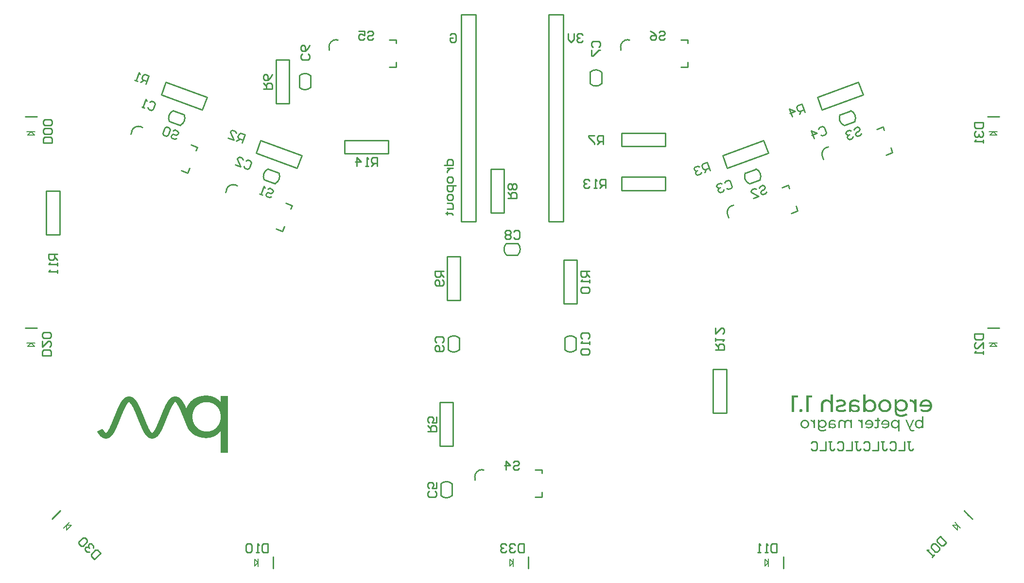
<source format=gbo>
G04*
G04 #@! TF.GenerationSoftware,Altium Limited,CircuitMaker,2.1.0 (2.1.0.4)*
G04*
G04 Layer_Color=13813960*
%FSLAX25Y25*%
%MOIN*%
G70*
G04*
G04 #@! TF.SameCoordinates,28D2FB88-65ED-4333-9925-A9BECD5D763D*
G04*
G04*
G04 #@! TF.FilePolarity,Positive*
G04*
G01*
G75*
%ADD10C,0.01000*%
%ADD11C,0.00800*%
G36*
X144981Y106450D02*
X145316D01*
Y106617D01*
X145818D01*
Y106784D01*
X146152D01*
Y106952D01*
X146320D01*
Y107119D01*
X146654D01*
Y107286D01*
X146989D01*
Y107454D01*
X147156D01*
Y107621D01*
X147491D01*
Y107788D01*
X147658D01*
Y107955D01*
X147993D01*
Y108123D01*
X148160D01*
Y108290D01*
X148327D01*
Y108457D01*
X148494D01*
Y108624D01*
X148662D01*
Y108792D01*
X148829D01*
Y108959D01*
X148996D01*
Y109126D01*
X149164D01*
Y109294D01*
X149331D01*
Y109461D01*
X149498D01*
Y109628D01*
X149665D01*
Y109795D01*
X149833D01*
Y109963D01*
X150000D01*
Y95409D01*
X155186D01*
Y134219D01*
X150167D01*
Y130037D01*
X150000D01*
Y130204D01*
X149833D01*
Y130372D01*
X149665D01*
Y130539D01*
X149498D01*
Y130706D01*
X149331D01*
Y130874D01*
X149164D01*
Y131041D01*
X148996D01*
Y131208D01*
X148829D01*
Y131376D01*
X148662D01*
Y131543D01*
X148494D01*
Y131710D01*
X148327D01*
Y131877D01*
X148160D01*
Y132045D01*
X147825D01*
Y132212D01*
X147658D01*
Y132379D01*
X147491D01*
Y132546D01*
X147156D01*
Y132714D01*
X146822D01*
Y132881D01*
X146654D01*
Y133048D01*
X146320D01*
Y133216D01*
X145985D01*
Y133383D01*
X145483D01*
Y133550D01*
X145149D01*
Y133718D01*
X144647D01*
Y133885D01*
X144145D01*
Y134052D01*
X143643D01*
Y134219D01*
X142807D01*
Y134387D01*
X141636D01*
Y134554D01*
X138457D01*
Y134387D01*
X137119D01*
Y134219D01*
X136283D01*
Y134052D01*
X135613D01*
Y133885D01*
X135111D01*
Y133718D01*
X134610D01*
Y133550D01*
X134108D01*
Y133383D01*
X133773D01*
Y133216D01*
X133439D01*
Y133048D01*
X133104D01*
Y132881D01*
X132770D01*
Y132714D01*
X132435D01*
Y132546D01*
X132100D01*
Y132379D01*
X131933D01*
Y132212D01*
X131598D01*
Y132045D01*
X131431D01*
Y131877D01*
X131264D01*
Y131710D01*
X130929D01*
Y131543D01*
X130762D01*
Y131376D01*
X130595D01*
Y131208D01*
X130428D01*
Y131041D01*
X130093D01*
Y130874D01*
X129926D01*
Y130706D01*
X129758D01*
Y130539D01*
X129591D01*
Y130372D01*
X129424D01*
Y130204D01*
X129256D01*
Y130037D01*
X129089D01*
Y129703D01*
X128922D01*
Y129535D01*
X128755D01*
Y129368D01*
X128587D01*
Y129201D01*
X128420D01*
Y128866D01*
X128253D01*
Y128699D01*
X128085D01*
Y128364D01*
X127918D01*
Y128197D01*
X127751D01*
Y127862D01*
X127584D01*
Y127528D01*
X127416D01*
Y127193D01*
X127249D01*
Y127026D01*
X127082D01*
Y126524D01*
X126915D01*
Y126190D01*
X126747D01*
Y125855D01*
X126580D01*
Y126022D01*
X126413D01*
Y126357D01*
X126245D01*
Y126859D01*
X126078D01*
Y127193D01*
X125911D01*
Y127528D01*
X125743D01*
Y127862D01*
X125576D01*
Y128197D01*
X125409D01*
Y128532D01*
X125242D01*
Y128699D01*
X125074D01*
Y129034D01*
X124907D01*
Y129368D01*
X124740D01*
Y129703D01*
X124573D01*
Y129870D01*
X124405D01*
Y130204D01*
X124238D01*
Y130539D01*
X124071D01*
Y130706D01*
X123903D01*
Y130874D01*
X123736D01*
Y131208D01*
X123569D01*
Y131376D01*
X123401D01*
Y131543D01*
X123234D01*
Y131877D01*
X123067D01*
Y132045D01*
X122900D01*
Y132212D01*
X122732D01*
Y132379D01*
X122565D01*
Y132546D01*
X122398D01*
Y132714D01*
X122063D01*
Y132881D01*
X121896D01*
Y133048D01*
X121729D01*
Y133216D01*
X121394D01*
Y133383D01*
X121060D01*
Y133550D01*
X120725D01*
Y133718D01*
X120223D01*
Y133885D01*
X117714D01*
Y133718D01*
X117212D01*
Y133550D01*
X116877D01*
Y133383D01*
X116543D01*
Y133216D01*
X116208D01*
Y133048D01*
X116041D01*
Y132881D01*
X115874D01*
Y132714D01*
X115539D01*
Y132546D01*
X115372D01*
Y132379D01*
X115205D01*
Y132212D01*
X115037D01*
Y132045D01*
X114870D01*
Y131877D01*
X114703D01*
Y131543D01*
X114535D01*
Y131376D01*
X114368D01*
Y131208D01*
X114201D01*
Y130874D01*
X114033D01*
Y130706D01*
X113866D01*
Y130539D01*
X113699D01*
Y130204D01*
X113532D01*
Y129870D01*
X113364D01*
Y129703D01*
X113197D01*
Y129368D01*
X113030D01*
Y129034D01*
X112862D01*
Y128699D01*
X112695D01*
Y128532D01*
X112528D01*
Y128197D01*
X112361D01*
Y127862D01*
X112193D01*
Y127528D01*
X112026D01*
Y127193D01*
X111859D01*
Y126859D01*
X111691D01*
Y126357D01*
X111524D01*
Y126022D01*
X111357D01*
Y125688D01*
X111190D01*
Y125353D01*
X111022D01*
Y124851D01*
X110855D01*
Y124517D01*
X110688D01*
Y124182D01*
X110520D01*
Y123680D01*
X110353D01*
Y123346D01*
X110186D01*
Y122844D01*
X110019D01*
Y122509D01*
X109851D01*
Y122175D01*
X109684D01*
Y121673D01*
X109517D01*
Y121338D01*
X109349D01*
Y120836D01*
X109182D01*
Y120502D01*
X109015D01*
Y120000D01*
X108848D01*
Y119665D01*
X108680D01*
Y119164D01*
X108513D01*
Y118829D01*
X108346D01*
Y118327D01*
X108178D01*
Y117993D01*
X108011D01*
Y117658D01*
X107844D01*
Y117156D01*
X107677D01*
Y116822D01*
X107509D01*
Y116320D01*
X107342D01*
Y115985D01*
X107175D01*
Y115483D01*
X107007D01*
Y115149D01*
X106840D01*
Y114814D01*
X106673D01*
Y114479D01*
X106506D01*
Y113978D01*
X106338D01*
Y113643D01*
X106171D01*
Y113309D01*
X106004D01*
Y112974D01*
X105836D01*
Y112639D01*
X105669D01*
Y112305D01*
X105502D01*
Y111970D01*
X105335D01*
Y111636D01*
X105167D01*
Y111468D01*
X105000D01*
Y111134D01*
X104833D01*
Y110799D01*
X104665D01*
Y110632D01*
X104498D01*
Y110297D01*
X104331D01*
Y110130D01*
X104164D01*
Y109795D01*
X103996D01*
Y109628D01*
X103829D01*
Y109461D01*
X103662D01*
Y109294D01*
X103494D01*
Y109126D01*
X103327D01*
Y108959D01*
X102825D01*
Y109126D01*
X102658D01*
Y109294D01*
X102491D01*
Y109461D01*
X102323D01*
Y109795D01*
X102156D01*
Y109963D01*
X101989D01*
Y110130D01*
X101822D01*
Y110465D01*
X101654D01*
Y110632D01*
X101487D01*
Y110967D01*
X101320D01*
Y111301D01*
X101152D01*
Y111636D01*
X100985D01*
Y111803D01*
X100818D01*
Y112137D01*
X100651D01*
Y112472D01*
X100483D01*
Y112807D01*
X100316D01*
Y113141D01*
X100149D01*
Y113476D01*
X99981D01*
Y113810D01*
X99814D01*
Y114312D01*
X99647D01*
Y114647D01*
X99480D01*
Y114981D01*
X99312D01*
Y115316D01*
X99145D01*
Y115818D01*
X98978D01*
Y116152D01*
X98810D01*
Y116654D01*
X98643D01*
Y116989D01*
X98476D01*
Y117323D01*
X98309D01*
Y117825D01*
X98141D01*
Y118160D01*
X97974D01*
Y118662D01*
X97807D01*
Y118996D01*
X97639D01*
Y119498D01*
X97472D01*
Y119833D01*
X97305D01*
Y120335D01*
X97137D01*
Y120669D01*
X96970D01*
Y121171D01*
X96803D01*
Y121506D01*
X96636D01*
Y121840D01*
X96468D01*
Y122342D01*
X96301D01*
Y122677D01*
X96134D01*
Y123178D01*
X95967D01*
Y123513D01*
X95799D01*
Y124015D01*
X95632D01*
Y124349D01*
X95465D01*
Y124684D01*
X95297D01*
Y125186D01*
X95130D01*
Y125520D01*
X94963D01*
Y125855D01*
X94796D01*
Y126190D01*
X94628D01*
Y126691D01*
X94461D01*
Y127026D01*
X94294D01*
Y127361D01*
X94126D01*
Y127695D01*
X93959D01*
Y128030D01*
X93792D01*
Y128364D01*
X93625D01*
Y128699D01*
X93457D01*
Y128866D01*
X93290D01*
Y129201D01*
X93123D01*
Y129535D01*
X92955D01*
Y129870D01*
X92788D01*
Y130037D01*
X92621D01*
Y130372D01*
X92453D01*
Y130539D01*
X92286D01*
Y130874D01*
X92119D01*
Y131041D01*
X91952D01*
Y131208D01*
X91784D01*
Y131543D01*
X91617D01*
Y131710D01*
X91450D01*
Y131877D01*
X91282D01*
Y132045D01*
X91115D01*
Y132212D01*
X90948D01*
Y132379D01*
X90781D01*
Y132546D01*
X90613D01*
Y132714D01*
X90446D01*
Y132881D01*
X90279D01*
Y133048D01*
X89944D01*
Y133216D01*
X89777D01*
Y133383D01*
X89442D01*
Y133550D01*
X88941D01*
Y133718D01*
X88439D01*
Y133885D01*
X86097D01*
Y133718D01*
X85595D01*
Y133550D01*
X85093D01*
Y133383D01*
X84926D01*
Y133216D01*
X84591D01*
Y133048D01*
X84257D01*
Y132881D01*
X84089D01*
Y132714D01*
X83922D01*
Y132546D01*
X83755D01*
Y132379D01*
X83587D01*
Y132212D01*
X83420D01*
Y132045D01*
X83253D01*
Y131877D01*
X83086D01*
Y131710D01*
X82918D01*
Y131543D01*
X82751D01*
Y131376D01*
X82584D01*
Y131041D01*
X82416D01*
Y130874D01*
X82249D01*
Y130539D01*
X82082D01*
Y130372D01*
X81915D01*
Y130037D01*
X81747D01*
Y129870D01*
X81580D01*
Y129535D01*
X81413D01*
Y129201D01*
X81245D01*
Y128866D01*
X81078D01*
Y128699D01*
X80911D01*
Y128364D01*
X80743D01*
Y128030D01*
X80576D01*
Y127695D01*
X80409D01*
Y127361D01*
X80242D01*
Y127026D01*
X80074D01*
Y126524D01*
X79907D01*
Y126190D01*
X79740D01*
Y125855D01*
X79572D01*
Y125520D01*
X79405D01*
Y125186D01*
X79238D01*
Y124684D01*
X79071D01*
Y124349D01*
X78903D01*
Y123848D01*
X78736D01*
Y123513D01*
X78569D01*
Y123178D01*
X78401D01*
Y122677D01*
X78234D01*
Y122342D01*
X78067D01*
Y121840D01*
X77900D01*
Y121506D01*
X77732D01*
Y121004D01*
X77565D01*
Y120669D01*
X77398D01*
Y120167D01*
X77231D01*
Y119833D01*
X77063D01*
Y119498D01*
X76896D01*
Y118996D01*
X76729D01*
Y118662D01*
X76561D01*
Y118160D01*
X76394D01*
Y117825D01*
X76227D01*
Y117323D01*
X76060D01*
Y116989D01*
X75892D01*
Y116487D01*
X75725D01*
Y116152D01*
X75558D01*
Y115818D01*
X75390D01*
Y115316D01*
X75223D01*
Y114981D01*
X75056D01*
Y114647D01*
X74888D01*
Y114312D01*
X74721D01*
Y113810D01*
X74554D01*
Y113476D01*
X74387D01*
Y113141D01*
X74219D01*
Y112807D01*
X74052D01*
Y112472D01*
X73885D01*
Y112137D01*
X73717D01*
Y111803D01*
X73550D01*
Y111468D01*
X73383D01*
Y111301D01*
X73216D01*
Y110967D01*
X73048D01*
Y110632D01*
X72881D01*
Y110465D01*
X72714D01*
Y110130D01*
X72546D01*
Y109963D01*
X72379D01*
Y109795D01*
X72212D01*
Y109461D01*
X72045D01*
Y109294D01*
X71877D01*
Y109126D01*
X71710D01*
Y108959D01*
X71208D01*
Y109126D01*
X71041D01*
Y109294D01*
X70874D01*
Y109461D01*
X70706D01*
Y109628D01*
X70539D01*
Y109795D01*
X70372D01*
Y110130D01*
X70205D01*
Y110297D01*
X70037D01*
Y110632D01*
X69870D01*
Y110799D01*
X69703D01*
Y111134D01*
X69535D01*
Y111301D01*
X69368D01*
Y111468D01*
X69201D01*
Y111803D01*
X68699D01*
Y111636D01*
X68364D01*
Y111468D01*
X68030D01*
Y111301D01*
X67695D01*
Y111134D01*
X67361D01*
Y110967D01*
X67026D01*
Y110799D01*
X66691D01*
Y110632D01*
X66357D01*
Y110465D01*
X66022D01*
Y110297D01*
X65688D01*
Y110130D01*
X65353D01*
Y109795D01*
X65520D01*
Y109461D01*
X65688D01*
Y109294D01*
X65855D01*
Y108959D01*
X66022D01*
Y108792D01*
X66190D01*
Y108457D01*
X66357D01*
Y108290D01*
X66524D01*
Y107955D01*
X66691D01*
Y107788D01*
X66859D01*
Y107621D01*
X67026D01*
Y107454D01*
X67193D01*
Y107119D01*
X67361D01*
Y106952D01*
X67528D01*
Y106784D01*
X67695D01*
Y106617D01*
X67862D01*
Y106450D01*
X68030D01*
Y106282D01*
X68364D01*
Y106115D01*
X68532D01*
Y105948D01*
X68699D01*
Y105781D01*
X69033D01*
Y105613D01*
X69368D01*
Y105446D01*
X69703D01*
Y105279D01*
X70372D01*
Y105112D01*
X72546D01*
Y105279D01*
X73048D01*
Y105446D01*
X73383D01*
Y105613D01*
X73717D01*
Y105781D01*
X74052D01*
Y105948D01*
X74387D01*
Y106115D01*
X74554D01*
Y106282D01*
X74721D01*
Y106450D01*
X74888D01*
Y106617D01*
X75056D01*
Y106784D01*
X75223D01*
Y106952D01*
X75390D01*
Y107119D01*
X75558D01*
Y107286D01*
X75725D01*
Y107454D01*
X75892D01*
Y107621D01*
X76060D01*
Y107955D01*
X76227D01*
Y108123D01*
X76394D01*
Y108457D01*
X76561D01*
Y108624D01*
X76729D01*
Y108792D01*
X76896D01*
Y109126D01*
X77063D01*
Y109461D01*
X77231D01*
Y109795D01*
X77398D01*
Y109963D01*
X77565D01*
Y110297D01*
X77732D01*
Y110632D01*
X77900D01*
Y110967D01*
X78067D01*
Y111301D01*
X78234D01*
Y111636D01*
X78401D01*
Y111970D01*
X78569D01*
Y112305D01*
X78736D01*
Y112639D01*
X78903D01*
Y112974D01*
X79071D01*
Y113476D01*
X79238D01*
Y113810D01*
X79405D01*
Y114145D01*
X79572D01*
Y114647D01*
X79740D01*
Y114981D01*
X79907D01*
Y115316D01*
X80074D01*
Y115818D01*
X80242D01*
Y116152D01*
X80409D01*
Y116654D01*
X80576D01*
Y116989D01*
X80743D01*
Y117491D01*
X80911D01*
Y117825D01*
X81078D01*
Y118160D01*
X81245D01*
Y118662D01*
X81413D01*
Y118996D01*
X81580D01*
Y119498D01*
X81747D01*
Y119833D01*
X81915D01*
Y120335D01*
X82082D01*
Y120669D01*
X82249D01*
Y121171D01*
X82416D01*
Y121506D01*
X82584D01*
Y122007D01*
X82751D01*
Y122342D01*
X82918D01*
Y122677D01*
X83086D01*
Y123178D01*
X83253D01*
Y123513D01*
X83420D01*
Y123848D01*
X83587D01*
Y124349D01*
X83755D01*
Y124684D01*
X83922D01*
Y125019D01*
X84089D01*
Y125353D01*
X84257D01*
Y125688D01*
X84424D01*
Y126022D01*
X84591D01*
Y126357D01*
X84758D01*
Y126691D01*
X84926D01*
Y127026D01*
X85093D01*
Y127361D01*
X85260D01*
Y127695D01*
X85427D01*
Y128030D01*
X85595D01*
Y128197D01*
X85762D01*
Y128532D01*
X85929D01*
Y128699D01*
X86097D01*
Y129034D01*
X86264D01*
Y129201D01*
X86431D01*
Y129368D01*
X86598D01*
Y129703D01*
X86766D01*
Y129870D01*
X86933D01*
Y130037D01*
X87602D01*
Y129870D01*
X87770D01*
Y129703D01*
X87937D01*
Y129368D01*
X88104D01*
Y129201D01*
X88271D01*
Y129034D01*
X88439D01*
Y128699D01*
X88606D01*
Y128532D01*
X88773D01*
Y128197D01*
X88941D01*
Y128030D01*
X89108D01*
Y127695D01*
X89275D01*
Y127361D01*
X89442D01*
Y127026D01*
X89610D01*
Y126859D01*
X89777D01*
Y126524D01*
X89944D01*
Y126190D01*
X90112D01*
Y125855D01*
X90279D01*
Y125353D01*
X90446D01*
Y125019D01*
X90613D01*
Y124684D01*
X90781D01*
Y124349D01*
X90948D01*
Y124015D01*
X91115D01*
Y123513D01*
X91282D01*
Y123178D01*
X91450D01*
Y122844D01*
X91617D01*
Y122342D01*
X91784D01*
Y122007D01*
X91952D01*
Y121506D01*
X92119D01*
Y121171D01*
X92286D01*
Y120669D01*
X92453D01*
Y120335D01*
X92621D01*
Y120000D01*
X92788D01*
Y119498D01*
X92955D01*
Y119164D01*
X93123D01*
Y118662D01*
X93290D01*
Y118327D01*
X93457D01*
Y117825D01*
X93625D01*
Y117491D01*
X93792D01*
Y116989D01*
X93959D01*
Y116654D01*
X94126D01*
Y116152D01*
X94294D01*
Y115818D01*
X94461D01*
Y115483D01*
X94628D01*
Y114981D01*
X94796D01*
Y114647D01*
X94963D01*
Y114145D01*
X95130D01*
Y113810D01*
X95297D01*
Y113476D01*
X95465D01*
Y113141D01*
X95632D01*
Y112639D01*
X95799D01*
Y112305D01*
X95967D01*
Y111970D01*
X96134D01*
Y111636D01*
X96301D01*
Y111301D01*
X96468D01*
Y110967D01*
X96636D01*
Y110632D01*
X96803D01*
Y110297D01*
X96970D01*
Y109963D01*
X97137D01*
Y109795D01*
X97305D01*
Y109461D01*
X97472D01*
Y109126D01*
X97639D01*
Y108959D01*
X97807D01*
Y108624D01*
X97974D01*
Y108457D01*
X98141D01*
Y108123D01*
X98309D01*
Y107955D01*
X98476D01*
Y107621D01*
X98643D01*
Y107454D01*
X98810D01*
Y107286D01*
X98978D01*
Y107119D01*
X99145D01*
Y106952D01*
X99312D01*
Y106784D01*
X99480D01*
Y106617D01*
X99647D01*
Y106450D01*
X99814D01*
Y106282D01*
X99981D01*
Y106115D01*
X100149D01*
Y105948D01*
X100483D01*
Y105781D01*
X100818D01*
Y105613D01*
X101152D01*
Y105446D01*
X101487D01*
Y105279D01*
X101989D01*
Y105112D01*
X104164D01*
Y105279D01*
X104833D01*
Y105446D01*
X105167D01*
Y105613D01*
X105502D01*
Y105781D01*
X105836D01*
Y105948D01*
X106004D01*
Y106115D01*
X106171D01*
Y106282D01*
X106506D01*
Y106450D01*
X106673D01*
Y106617D01*
X106840D01*
Y106784D01*
X107007D01*
Y106952D01*
X107175D01*
Y107119D01*
X107342D01*
Y107454D01*
X107509D01*
Y107621D01*
X107677D01*
Y107788D01*
X107844D01*
Y107955D01*
X108011D01*
Y108290D01*
X108178D01*
Y108457D01*
X108346D01*
Y108792D01*
X108513D01*
Y108959D01*
X108680D01*
Y109294D01*
X108848D01*
Y109628D01*
X109015D01*
Y109795D01*
X109182D01*
Y110130D01*
X109349D01*
Y110465D01*
X109517D01*
Y110799D01*
X109684D01*
Y111134D01*
X109851D01*
Y111468D01*
X110019D01*
Y111803D01*
X110186D01*
Y112137D01*
X110353D01*
Y112472D01*
X110520D01*
Y112807D01*
X110688D01*
Y113309D01*
X110855D01*
Y113643D01*
X111022D01*
Y113978D01*
X111190D01*
Y114312D01*
X111357D01*
Y114814D01*
X111524D01*
Y115149D01*
X111691D01*
Y115651D01*
X111859D01*
Y115985D01*
X112026D01*
Y116320D01*
X112193D01*
Y116822D01*
X112361D01*
Y117156D01*
X112528D01*
Y117658D01*
X112695D01*
Y117993D01*
X112862D01*
Y118494D01*
X113030D01*
Y118829D01*
X113197D01*
Y119331D01*
X113364D01*
Y119665D01*
X113532D01*
Y120167D01*
X113699D01*
Y120502D01*
X113866D01*
Y121004D01*
X114033D01*
Y121338D01*
X114201D01*
Y121673D01*
X114368D01*
Y122175D01*
X114535D01*
Y122509D01*
X114703D01*
Y123011D01*
X114870D01*
Y123346D01*
X115037D01*
Y123680D01*
X115205D01*
Y124182D01*
X115372D01*
Y124517D01*
X115539D01*
Y124851D01*
X115706D01*
Y125186D01*
X115874D01*
Y125520D01*
X116041D01*
Y125855D01*
X116208D01*
Y126190D01*
X116376D01*
Y126524D01*
X116543D01*
Y126859D01*
X116710D01*
Y127193D01*
X116877D01*
Y127528D01*
X117045D01*
Y127862D01*
X117212D01*
Y128030D01*
X117379D01*
Y128364D01*
X117546D01*
Y128699D01*
X117714D01*
Y128866D01*
X117881D01*
Y129034D01*
X118048D01*
Y129368D01*
X118216D01*
Y129535D01*
X118383D01*
Y129703D01*
X118550D01*
Y129870D01*
X118718D01*
Y130037D01*
X118885D01*
Y130204D01*
X119052D01*
Y130037D01*
X119219D01*
Y129870D01*
X119387D01*
Y129703D01*
X119554D01*
Y129535D01*
X119721D01*
Y129368D01*
X119888D01*
Y129201D01*
X120056D01*
Y128866D01*
X120223D01*
Y128699D01*
X120390D01*
Y128364D01*
X120558D01*
Y128030D01*
X120725D01*
Y127862D01*
X120892D01*
Y127528D01*
X121060D01*
Y127193D01*
X121227D01*
Y126859D01*
X121394D01*
Y126524D01*
X121561D01*
Y126357D01*
X121729D01*
Y125855D01*
X121896D01*
Y125520D01*
X122063D01*
Y125186D01*
X122231D01*
Y124851D01*
X122398D01*
Y124517D01*
X122565D01*
Y124182D01*
X122732D01*
Y123680D01*
X122900D01*
Y123346D01*
X123067D01*
Y123011D01*
X123234D01*
Y122509D01*
X123401D01*
Y122175D01*
X123569D01*
Y121673D01*
X123736D01*
Y121338D01*
X123903D01*
Y121004D01*
X124071D01*
Y120502D01*
X124238D01*
Y120167D01*
X124405D01*
Y119665D01*
X124573D01*
Y119331D01*
X124740D01*
Y118829D01*
X124907D01*
Y118494D01*
X125074D01*
Y117993D01*
X125242D01*
Y117658D01*
X125409D01*
Y117156D01*
X125576D01*
Y116822D01*
X125743D01*
Y116320D01*
X125911D01*
Y115985D01*
X126078D01*
Y115483D01*
X126245D01*
Y115149D01*
X126413D01*
Y114647D01*
X126580D01*
Y114145D01*
X126747D01*
Y113810D01*
X126915D01*
Y113476D01*
X127082D01*
Y113141D01*
X127249D01*
Y112807D01*
X127416D01*
Y112472D01*
X127584D01*
Y112137D01*
X127751D01*
Y111970D01*
X127918D01*
Y111636D01*
X128085D01*
Y111468D01*
X128253D01*
Y111134D01*
X128420D01*
Y110967D01*
X128587D01*
Y110632D01*
X128755D01*
Y110465D01*
X128922D01*
Y110297D01*
X129089D01*
Y110130D01*
X129256D01*
Y109963D01*
X129424D01*
Y109795D01*
X129591D01*
Y109628D01*
X129758D01*
Y109461D01*
X129926D01*
Y109294D01*
X130093D01*
Y109126D01*
X130260D01*
Y108959D01*
X130428D01*
Y108792D01*
X130595D01*
Y108624D01*
X130762D01*
Y108457D01*
X131097D01*
Y108290D01*
X131264D01*
Y108123D01*
X131431D01*
Y107955D01*
X131766D01*
Y107788D01*
X131933D01*
Y107621D01*
X132268D01*
Y107454D01*
X132602D01*
Y107286D01*
X132937D01*
Y107119D01*
X133271D01*
Y106952D01*
X133606D01*
Y106784D01*
X133940D01*
Y106617D01*
X134275D01*
Y106450D01*
X134777D01*
Y106282D01*
X135279D01*
Y106115D01*
X135948D01*
Y105948D01*
X136617D01*
Y105781D01*
X137453D01*
Y105613D01*
X139126D01*
Y105446D01*
X140966D01*
Y105613D01*
X142472D01*
Y105781D01*
X143308D01*
Y105948D01*
X143978D01*
Y106115D01*
X144480D01*
Y106282D01*
X144981D01*
Y106450D01*
D02*
G37*
G36*
X632202Y112165D02*
X631203D01*
Y113067D01*
X631064Y112901D01*
X630925Y112762D01*
X630772Y112637D01*
X630634Y112526D01*
X630509Y112457D01*
X630412Y112387D01*
X630356Y112360D01*
X630328Y112346D01*
X630120Y112262D01*
X629912Y112207D01*
X629718Y112165D01*
X629537Y112137D01*
X629385Y112124D01*
X629260Y112110D01*
X629148D01*
X628843Y112124D01*
X628566Y112165D01*
X628302Y112221D01*
X628080Y112290D01*
X627899Y112360D01*
X627761Y112415D01*
X627719Y112443D01*
X627677Y112457D01*
X627663Y112471D01*
X627649D01*
X627414Y112623D01*
X627205Y112790D01*
X627025Y112956D01*
X626872Y113123D01*
X626761Y113262D01*
X626678Y113387D01*
X626622Y113470D01*
X626609Y113484D01*
Y113498D01*
X626484Y113761D01*
X626386Y114025D01*
X626331Y114275D01*
X626275Y114525D01*
X626248Y114733D01*
Y114816D01*
X626234Y114886D01*
Y114955D01*
Y114997D01*
Y115025D01*
Y115038D01*
X626248Y115358D01*
X626289Y115649D01*
X626359Y115913D01*
X626414Y116135D01*
X626484Y116315D01*
X626553Y116454D01*
X626567Y116496D01*
X626595Y116537D01*
X626609Y116551D01*
Y116565D01*
X626761Y116801D01*
X626928Y117009D01*
X627108Y117190D01*
X627275Y117329D01*
X627414Y117440D01*
X627538Y117523D01*
X627622Y117578D01*
X627636Y117592D01*
X627649D01*
X627899Y117717D01*
X628163Y117814D01*
X628413Y117870D01*
X628649Y117926D01*
X628843Y117953D01*
X629010Y117967D01*
X629148D01*
X629371Y117953D01*
X629593Y117926D01*
X629787Y117898D01*
X629954Y117856D01*
X630106Y117801D01*
X630203Y117773D01*
X630273Y117745D01*
X630301Y117731D01*
X630481Y117634D01*
X630648Y117537D01*
X630800Y117412D01*
X630925Y117315D01*
X631022Y117204D01*
X631092Y117120D01*
X631147Y117065D01*
X631161Y117051D01*
Y120216D01*
X632202D01*
Y112165D01*
D02*
G37*
G36*
X563121Y117953D02*
X563399Y117912D01*
X563649Y117856D01*
X563871Y117800D01*
X564051Y117731D01*
X564190Y117676D01*
X564246Y117648D01*
X564287Y117634D01*
X564301Y117620D01*
X564315D01*
X564551Y117481D01*
X564759Y117315D01*
X564940Y117162D01*
X565092Y116996D01*
X565217Y116857D01*
X565301Y116746D01*
X565356Y116662D01*
X565370Y116648D01*
Y116635D01*
X565495Y116399D01*
X565592Y116149D01*
X565648Y115899D01*
X565703Y115677D01*
X565731Y115483D01*
X565745Y115330D01*
Y115274D01*
Y115233D01*
Y115205D01*
Y115191D01*
X565731Y114900D01*
X565689Y114622D01*
X565620Y114372D01*
X565550Y114150D01*
X565495Y113984D01*
X565425Y113845D01*
X565384Y113761D01*
X565370Y113748D01*
Y113734D01*
X565217Y113512D01*
X565037Y113317D01*
X564870Y113151D01*
X564690Y113012D01*
X564551Y112901D01*
X564426Y112818D01*
X564343Y112762D01*
X564329Y112748D01*
X564315D01*
X564051Y112637D01*
X563788Y112554D01*
X563538Y112485D01*
X563316Y112443D01*
X563107Y112415D01*
X562955Y112401D01*
X562816D01*
X562580Y112415D01*
X562372Y112443D01*
X562178Y112471D01*
X561997Y112512D01*
X561858Y112554D01*
X561747Y112596D01*
X561678Y112609D01*
X561650Y112623D01*
X561456Y112721D01*
X561275Y112818D01*
X561123Y112929D01*
X560984Y113040D01*
X560887Y113137D01*
X560803Y113220D01*
X560748Y113276D01*
X560734Y113290D01*
Y112831D01*
X560748Y112498D01*
X560803Y112207D01*
X560887Y111957D01*
X560970Y111763D01*
X561067Y111596D01*
X561136Y111485D01*
X561192Y111430D01*
X561220Y111402D01*
X561428Y111235D01*
X561664Y111124D01*
X561914Y111041D01*
X562150Y110972D01*
X562372Y110944D01*
X562469Y110930D01*
X562552D01*
X562622Y110916D01*
X562719D01*
X562955Y110930D01*
X563177Y110944D01*
X563385Y110986D01*
X563565Y111027D01*
X563718Y111055D01*
X563843Y111097D01*
X563912Y111110D01*
X563926Y111124D01*
X563940D01*
X564149Y111207D01*
X564343Y111291D01*
X564523Y111388D01*
X564662Y111471D01*
X564787Y111541D01*
X564870Y111610D01*
X564926Y111652D01*
X564940Y111666D01*
X565439Y110861D01*
X565259Y110708D01*
X565065Y110583D01*
X564856Y110472D01*
X564676Y110389D01*
X564496Y110319D01*
X564371Y110264D01*
X564315Y110250D01*
X564273Y110236D01*
X564259Y110222D01*
X564246D01*
X563968Y110153D01*
X563691Y110097D01*
X563427Y110055D01*
X563191Y110028D01*
X562983Y110014D01*
X562830Y110000D01*
X562691D01*
X562414Y110014D01*
X562164Y110028D01*
X561928Y110069D01*
X561706Y110111D01*
X561511Y110167D01*
X561317Y110222D01*
X561150Y110292D01*
X560998Y110361D01*
X560873Y110430D01*
X560762Y110500D01*
X560665Y110555D01*
X560581Y110611D01*
X560526Y110652D01*
X560470Y110694D01*
X560456Y110708D01*
X560442Y110722D01*
X560304Y110861D01*
X560193Y111027D01*
X560096Y111194D01*
X560012Y111374D01*
X559873Y111749D01*
X559790Y112110D01*
X559749Y112276D01*
X559735Y112429D01*
X559721Y112568D01*
X559707Y112693D01*
X559693Y112804D01*
Y112873D01*
Y112929D01*
Y112943D01*
Y117912D01*
X560692D01*
Y117023D01*
X560831Y117190D01*
X560984Y117329D01*
X561136Y117454D01*
X561275Y117551D01*
X561414Y117634D01*
X561511Y117690D01*
X561581Y117717D01*
X561609Y117731D01*
X561817Y117814D01*
X562025Y117870D01*
X562233Y117912D01*
X562414Y117939D01*
X562580Y117953D01*
X562705Y117967D01*
X562816D01*
X563121Y117953D01*
D02*
G37*
G36*
X580444D02*
X580666Y117926D01*
X580860Y117898D01*
X581040Y117856D01*
X581179Y117800D01*
X581276Y117773D01*
X581346Y117745D01*
X581374Y117731D01*
X581554Y117634D01*
X581707Y117537D01*
X581846Y117426D01*
X581970Y117315D01*
X582068Y117218D01*
X582137Y117134D01*
X582179Y117079D01*
X582193Y117065D01*
Y117912D01*
X583192D01*
Y112165D01*
X582151D01*
Y115122D01*
X582137Y115455D01*
X582082Y115732D01*
X582012Y115982D01*
X581915Y116177D01*
X581832Y116329D01*
X581762Y116454D01*
X581707Y116510D01*
X581693Y116537D01*
X581498Y116704D01*
X581290Y116829D01*
X581082Y116912D01*
X580888Y116982D01*
X580707Y117009D01*
X580555Y117023D01*
X580499Y117037D01*
X580430D01*
X580180Y117023D01*
X579958Y116968D01*
X579764Y116898D01*
X579597Y116829D01*
X579486Y116746D01*
X579389Y116676D01*
X579333Y116621D01*
X579319Y116607D01*
X579194Y116440D01*
X579097Y116232D01*
X579028Y116024D01*
X578972Y115830D01*
X578945Y115649D01*
X578931Y115497D01*
Y115441D01*
Y115399D01*
Y115372D01*
Y115358D01*
Y112165D01*
X577890D01*
Y115122D01*
X577876Y115455D01*
X577820Y115732D01*
X577751Y115982D01*
X577654Y116177D01*
X577570Y116329D01*
X577501Y116454D01*
X577446Y116510D01*
X577432Y116537D01*
X577237Y116704D01*
X577029Y116829D01*
X576821Y116912D01*
X576627Y116982D01*
X576446Y117009D01*
X576294Y117023D01*
X576238Y117037D01*
X576169D01*
X575919Y117023D01*
X575697Y116968D01*
X575502Y116898D01*
X575336Y116829D01*
X575225Y116746D01*
X575128Y116676D01*
X575072Y116621D01*
X575058Y116607D01*
X574933Y116440D01*
X574836Y116232D01*
X574767Y116024D01*
X574711Y115830D01*
X574683Y115649D01*
X574670Y115497D01*
Y115441D01*
Y115399D01*
Y115372D01*
Y115358D01*
Y112165D01*
X573629D01*
Y115469D01*
Y115691D01*
X573656Y115913D01*
X573684Y116107D01*
X573726Y116288D01*
X573781Y116454D01*
X573837Y116607D01*
X573892Y116746D01*
X573948Y116871D01*
X574003Y116982D01*
X574059Y117079D01*
X574114Y117162D01*
X574170Y117232D01*
X574212Y117273D01*
X574239Y117315D01*
X574253Y117342D01*
X574267D01*
X574392Y117454D01*
X574531Y117551D01*
X574808Y117703D01*
X575086Y117814D01*
X575363Y117884D01*
X575613Y117939D01*
X575710Y117953D01*
X575808D01*
X575877Y117967D01*
X575988D01*
X576252Y117953D01*
X576502Y117926D01*
X576724Y117884D01*
X576918Y117828D01*
X577085Y117773D01*
X577210Y117731D01*
X577279Y117703D01*
X577307Y117690D01*
X577515Y117578D01*
X577681Y117454D01*
X577848Y117329D01*
X577973Y117204D01*
X578070Y117079D01*
X578153Y116996D01*
X578195Y116940D01*
X578209Y116912D01*
X578320Y117093D01*
X578445Y117245D01*
X578584Y117384D01*
X578709Y117495D01*
X578833Y117578D01*
X578931Y117634D01*
X578986Y117676D01*
X579014Y117690D01*
X579208Y117787D01*
X579417Y117856D01*
X579611Y117898D01*
X579805Y117939D01*
X579972Y117953D01*
X580097Y117967D01*
X580208D01*
X580444Y117953D01*
D02*
G37*
G36*
X569853D02*
X570103Y117939D01*
X570325Y117912D01*
X570519Y117870D01*
X570686Y117828D01*
X570811Y117800D01*
X570894Y117787D01*
X570908Y117773D01*
X570922D01*
X571144Y117703D01*
X571352Y117606D01*
X571533Y117523D01*
X571685Y117440D01*
X571810Y117356D01*
X571907Y117287D01*
X571963Y117245D01*
X571991Y117232D01*
X571547Y116454D01*
X571422Y116551D01*
X571283Y116635D01*
X571144Y116718D01*
X571005Y116787D01*
X570894Y116829D01*
X570811Y116871D01*
X570755Y116885D01*
X570728Y116898D01*
X570547Y116954D01*
X570367Y116996D01*
X570200Y117023D01*
X570048Y117051D01*
X569923D01*
X569811Y117065D01*
X569728D01*
X569464Y117051D01*
X569229Y117009D01*
X569034Y116954D01*
X568868Y116885D01*
X568743Y116815D01*
X568646Y116760D01*
X568590Y116718D01*
X568576Y116704D01*
X568451Y116565D01*
X568354Y116399D01*
X568285Y116232D01*
X568229Y116066D01*
X568201Y115913D01*
X568188Y115788D01*
Y115705D01*
Y115691D01*
Y115677D01*
Y115469D01*
X570061D01*
X570256Y115455D01*
X570450Y115427D01*
X570617Y115399D01*
X570769Y115358D01*
X570922Y115330D01*
X571047Y115288D01*
X571158Y115247D01*
X571255Y115191D01*
X571352Y115149D01*
X571477Y115080D01*
X571560Y115024D01*
X571588Y115011D01*
X571769Y114830D01*
X571907Y114622D01*
X572005Y114428D01*
X572074Y114233D01*
X572116Y114053D01*
X572129Y113914D01*
X572143Y113859D01*
Y113817D01*
Y113803D01*
Y113789D01*
X572116Y113512D01*
X572060Y113276D01*
X571963Y113067D01*
X571852Y112887D01*
X571755Y112748D01*
X571658Y112651D01*
X571602Y112596D01*
X571574Y112568D01*
X571338Y112415D01*
X571089Y112304D01*
X570825Y112221D01*
X570575Y112165D01*
X570353Y112137D01*
X570256Y112124D01*
X570186D01*
X570117Y112110D01*
X570020D01*
X569784Y112124D01*
X569562Y112137D01*
X569367Y112165D01*
X569187Y112207D01*
X569062Y112249D01*
X568951Y112276D01*
X568895Y112290D01*
X568868Y112304D01*
X568701Y112387D01*
X568548Y112485D01*
X568424Y112596D01*
X568313Y112693D01*
X568243Y112776D01*
X568174Y112845D01*
X568146Y112901D01*
X568132Y112915D01*
Y112165D01*
X567133D01*
Y115635D01*
Y115843D01*
X567161Y116052D01*
X567230Y116399D01*
X567341Y116704D01*
X567452Y116954D01*
X567563Y117134D01*
X567674Y117273D01*
X567743Y117356D01*
X567757Y117384D01*
X567771D01*
X568035Y117578D01*
X568326Y117717D01*
X568632Y117828D01*
X568923Y117898D01*
X569187Y117939D01*
X569312Y117953D01*
X569409D01*
X569492Y117967D01*
X569603D01*
X569853Y117953D01*
D02*
G37*
G36*
X623263Y112165D02*
X623444Y111777D01*
X623527Y111610D01*
X623610Y111471D01*
X623680Y111346D01*
X623763Y111249D01*
X623819Y111180D01*
X623874Y111138D01*
X623902Y111110D01*
X623916Y111097D01*
X624013Y111027D01*
X624124Y110972D01*
X624221Y110944D01*
X624318Y110916D01*
X624402Y110902D01*
X624471Y110888D01*
X624540D01*
X624762Y110902D01*
X624957Y110958D01*
X625137Y111027D01*
X625290Y111110D01*
X625415Y111180D01*
X625498Y111249D01*
X625567Y111305D01*
X625581Y111319D01*
X626012Y110527D01*
X625804Y110361D01*
X625595Y110236D01*
X625512Y110194D01*
X625443Y110167D01*
X625387Y110139D01*
X625373D01*
X625068Y110055D01*
X624929Y110028D01*
X624804Y110014D01*
X624693D01*
X624610Y110000D01*
X624540D01*
X624291Y110014D01*
X624068Y110055D01*
X623860Y110111D01*
X623694Y110180D01*
X623555Y110250D01*
X623444Y110305D01*
X623388Y110347D01*
X623361Y110361D01*
X623180Y110514D01*
X623014Y110708D01*
X622861Y110916D01*
X622736Y111110D01*
X622625Y111305D01*
X622555Y111457D01*
X622528Y111513D01*
X622500Y111555D01*
X622486Y111582D01*
Y111596D01*
X619696Y117912D01*
X620723D01*
X622708Y113317D01*
X624721Y117912D01*
X625790D01*
X623263Y112165D01*
D02*
G37*
G36*
X606316Y117953D02*
X606594Y117912D01*
X606857Y117842D01*
X607065Y117787D01*
X607260Y117717D01*
X607399Y117648D01*
X607440Y117634D01*
X607482Y117606D01*
X607496Y117592D01*
X607510D01*
X607746Y117440D01*
X607940Y117273D01*
X608120Y117093D01*
X608273Y116926D01*
X608384Y116773D01*
X608467Y116648D01*
X608523Y116565D01*
X608537Y116551D01*
Y116537D01*
X608662Y116288D01*
X608759Y116024D01*
X608814Y115774D01*
X608870Y115538D01*
X608898Y115344D01*
X608912Y115177D01*
Y115122D01*
Y115080D01*
Y115052D01*
Y115038D01*
X608898Y114733D01*
X608856Y114442D01*
X608787Y114178D01*
X608717Y113956D01*
X608648Y113775D01*
X608578Y113637D01*
X608565Y113581D01*
X608537Y113539D01*
X608523Y113525D01*
Y113512D01*
X608370Y113276D01*
X608190Y113067D01*
X608009Y112887D01*
X607829Y112748D01*
X607676Y112623D01*
X607537Y112540D01*
X607454Y112485D01*
X607440Y112471D01*
X607426D01*
X607149Y112346D01*
X606871Y112262D01*
X606607Y112193D01*
X606344Y112151D01*
X606136Y112124D01*
X606038D01*
X605955Y112110D01*
X605802D01*
X605539Y112124D01*
X605303Y112151D01*
X605081Y112179D01*
X604886Y112221D01*
X604734Y112262D01*
X604609Y112304D01*
X604539Y112318D01*
X604511Y112332D01*
X604303Y112429D01*
X604109Y112540D01*
X603942Y112651D01*
X603804Y112762D01*
X603693Y112873D01*
X603609Y112956D01*
X603554Y113012D01*
X603540Y113026D01*
X604109Y113706D01*
X604234Y113581D01*
X604359Y113484D01*
X604498Y113387D01*
X604636Y113303D01*
X604914Y113179D01*
X605178Y113095D01*
X605414Y113054D01*
X605511Y113040D01*
X605608Y113026D01*
X605678Y113012D01*
X605775D01*
X606080Y113026D01*
X606358Y113081D01*
X606594Y113151D01*
X606802Y113248D01*
X606968Y113331D01*
X607093Y113401D01*
X607163Y113456D01*
X607190Y113470D01*
X607385Y113650D01*
X607537Y113859D01*
X607648Y114053D01*
X607732Y114247D01*
X607801Y114428D01*
X607829Y114567D01*
X607843Y114622D01*
X607857Y114664D01*
Y114678D01*
Y114691D01*
X603193Y114691D01*
X603179Y114830D01*
X603165Y114927D01*
Y114983D01*
Y115011D01*
X603179Y115330D01*
X603221Y115608D01*
X603290Y115871D01*
X603346Y116093D01*
X603415Y116288D01*
X603484Y116426D01*
X603498Y116468D01*
X603526Y116510D01*
X603540Y116524D01*
Y116537D01*
X603693Y116773D01*
X603845Y116996D01*
X604012Y117176D01*
X604178Y117315D01*
X604331Y117440D01*
X604442Y117523D01*
X604525Y117578D01*
X604539Y117592D01*
X604553D01*
X604803Y117717D01*
X605053Y117814D01*
X605289Y117870D01*
X605525Y117926D01*
X605719Y117953D01*
X605872Y117967D01*
X606011D01*
X606316Y117953D01*
D02*
G37*
G36*
X595170Y117953D02*
X595448Y117912D01*
X595712Y117842D01*
X595920Y117787D01*
X596114Y117717D01*
X596253Y117648D01*
X596295Y117634D01*
X596336Y117606D01*
X596350Y117592D01*
X596364D01*
X596600Y117440D01*
X596794Y117273D01*
X596975Y117093D01*
X597127Y116926D01*
X597238Y116773D01*
X597322Y116648D01*
X597377Y116565D01*
X597391Y116551D01*
Y116537D01*
X597516Y116288D01*
X597613Y116024D01*
X597669Y115774D01*
X597724Y115538D01*
X597752Y115344D01*
X597766Y115177D01*
Y115122D01*
Y115080D01*
Y115052D01*
Y115038D01*
X597752Y114733D01*
X597710Y114442D01*
X597641Y114178D01*
X597572Y113956D01*
X597502Y113775D01*
X597433Y113637D01*
X597419Y113581D01*
X597391Y113539D01*
X597377Y113525D01*
Y113512D01*
X597225Y113276D01*
X597044Y113067D01*
X596864Y112887D01*
X596683Y112748D01*
X596530Y112623D01*
X596392Y112540D01*
X596309Y112485D01*
X596295Y112471D01*
X596281D01*
X596003Y112346D01*
X595725Y112262D01*
X595462Y112193D01*
X595198Y112151D01*
X594990Y112124D01*
X594893D01*
X594809Y112110D01*
X594657D01*
X594393Y112124D01*
X594157Y112151D01*
X593935Y112179D01*
X593741Y112221D01*
X593588Y112262D01*
X593463Y112304D01*
X593394Y112318D01*
X593366Y112332D01*
X593158Y112429D01*
X592963Y112540D01*
X592797Y112651D01*
X592658Y112762D01*
X592547Y112873D01*
X592464Y112956D01*
X592408Y113012D01*
X592394Y113026D01*
X592963Y113706D01*
X593088Y113581D01*
X593213Y113484D01*
X593352Y113387D01*
X593491Y113303D01*
X593768Y113179D01*
X594032Y113095D01*
X594268Y113054D01*
X594365Y113040D01*
X594462Y113026D01*
X594532Y113012D01*
X594629D01*
X594934Y113026D01*
X595212Y113081D01*
X595448Y113151D01*
X595656Y113248D01*
X595823Y113331D01*
X595948Y113401D01*
X596017Y113456D01*
X596045Y113470D01*
X596239Y113650D01*
X596392Y113859D01*
X596503Y114053D01*
X596586Y114247D01*
X596656Y114428D01*
X596683Y114567D01*
X596697Y114622D01*
X596711Y114664D01*
Y114678D01*
Y114691D01*
X592047D01*
X592033Y114830D01*
X592020Y114927D01*
Y114983D01*
Y115011D01*
X592033Y115330D01*
X592075Y115608D01*
X592144Y115871D01*
X592200Y116093D01*
X592269Y116288D01*
X592339Y116426D01*
X592353Y116468D01*
X592380Y116510D01*
X592394Y116524D01*
Y116537D01*
X592547Y116773D01*
X592700Y116996D01*
X592866Y117176D01*
X593033Y117315D01*
X593186Y117440D01*
X593296Y117523D01*
X593380Y117578D01*
X593394Y117592D01*
X593407D01*
X593657Y117717D01*
X593907Y117814D01*
X594143Y117870D01*
X594379Y117926D01*
X594573Y117953D01*
X594726Y117967D01*
X594865D01*
X595170Y117953D01*
D02*
G37*
G36*
X601569Y117912D02*
X602555D01*
Y117065D01*
X601569D01*
Y113900D01*
X601555Y113595D01*
X601500Y113317D01*
X601416Y113095D01*
X601333Y112901D01*
X601250Y112762D01*
X601166Y112651D01*
X601111Y112596D01*
X601097Y112568D01*
X600903Y112415D01*
X600681Y112304D01*
X600459Y112221D01*
X600237Y112165D01*
X600042Y112137D01*
X599890Y112124D01*
X599834Y112110D01*
X599751D01*
X599487Y112124D01*
X599376Y112137D01*
X599265Y112165D01*
X599182Y112179D01*
X599112Y112193D01*
X599071Y112207D01*
X599057D01*
X598932Y112249D01*
X598821Y112290D01*
X598724Y112346D01*
X598640Y112387D01*
X598571Y112429D01*
X598529Y112471D01*
X598501Y112485D01*
X598488Y112498D01*
X598807Y113248D01*
X598946Y113151D01*
X599085Y113081D01*
X599223Y113040D01*
X599348Y113012D01*
X599459Y112984D01*
X599543Y112970D01*
X599626D01*
X599779Y112984D01*
X599917Y113012D01*
X600028Y113054D01*
X600126Y113095D01*
X600195Y113137D01*
X600250Y113179D01*
X600278Y113206D01*
X600292Y113220D01*
X600375Y113317D01*
X600431Y113442D01*
X600472Y113553D01*
X600500Y113678D01*
X600514Y113775D01*
X600528Y113859D01*
Y113928D01*
Y113942D01*
Y117065D01*
X598876D01*
Y117912D01*
X600528D01*
Y119175D01*
X601569D01*
Y117912D01*
D02*
G37*
G36*
X587758Y117953D02*
X588008Y117926D01*
X588230Y117884D01*
X588425Y117842D01*
X588577Y117787D01*
X588688Y117745D01*
X588758Y117717D01*
X588786Y117703D01*
X588966Y117606D01*
X589132Y117481D01*
X589271Y117356D01*
X589382Y117232D01*
X589466Y117120D01*
X589521Y117037D01*
X589563Y116982D01*
X589577Y116954D01*
Y117912D01*
X590576D01*
Y112165D01*
X589535D01*
Y115024D01*
X589507Y115358D01*
X589452Y115649D01*
X589382Y115899D01*
X589285Y116107D01*
X589202Y116260D01*
X589119Y116371D01*
X589063Y116440D01*
X589049Y116468D01*
X588855Y116635D01*
X588633Y116760D01*
X588411Y116843D01*
X588202Y116912D01*
X588008Y116940D01*
X587855Y116954D01*
X587800Y116968D01*
X587481D01*
Y117967D01*
X587758Y117953D01*
D02*
G37*
G36*
X554890D02*
X555140Y117926D01*
X555363Y117884D01*
X555557Y117842D01*
X555710Y117787D01*
X555821Y117745D01*
X555890Y117717D01*
X555918Y117703D01*
X556098Y117606D01*
X556265Y117481D01*
X556403Y117356D01*
X556515Y117232D01*
X556598Y117120D01*
X556653Y117037D01*
X556695Y116982D01*
X556709Y116954D01*
Y117912D01*
X557708D01*
Y112165D01*
X556667D01*
Y115024D01*
X556639Y115358D01*
X556584Y115649D01*
X556515Y115899D01*
X556417Y116107D01*
X556334Y116260D01*
X556251Y116371D01*
X556195Y116440D01*
X556181Y116468D01*
X555987Y116635D01*
X555765Y116760D01*
X555543Y116843D01*
X555335Y116912D01*
X555140Y116940D01*
X554988Y116954D01*
X554932Y116968D01*
X554613D01*
Y117967D01*
X554890Y117953D01*
D02*
G37*
G36*
X551101D02*
X551393Y117912D01*
X551656Y117842D01*
X551879Y117787D01*
X552073Y117717D01*
X552212Y117648D01*
X552267Y117634D01*
X552309Y117606D01*
X552323Y117592D01*
X552337D01*
X552573Y117440D01*
X552795Y117273D01*
X552975Y117093D01*
X553128Y116926D01*
X553253Y116787D01*
X553336Y116662D01*
X553392Y116579D01*
X553405Y116565D01*
Y116551D01*
X553530Y116302D01*
X553627Y116038D01*
X553697Y115774D01*
X553738Y115552D01*
X553766Y115344D01*
X553794Y115177D01*
Y115122D01*
Y115080D01*
Y115052D01*
Y115038D01*
X553780Y114733D01*
X553738Y114442D01*
X553669Y114192D01*
X553600Y113970D01*
X553530Y113775D01*
X553461Y113637D01*
X553447Y113595D01*
X553419Y113553D01*
X553405Y113539D01*
Y113525D01*
X553253Y113290D01*
X553072Y113081D01*
X552892Y112901D01*
X552725Y112762D01*
X552573Y112637D01*
X552448Y112554D01*
X552364Y112498D01*
X552351Y112485D01*
X552337D01*
X552073Y112360D01*
X551795Y112262D01*
X551545Y112207D01*
X551296Y112151D01*
X551087Y112124D01*
X551004D01*
X550921Y112110D01*
X550782D01*
X550477Y112124D01*
X550185Y112165D01*
X549922Y112235D01*
X549699Y112304D01*
X549519Y112360D01*
X549380Y112429D01*
X549325Y112457D01*
X549283Y112471D01*
X549269Y112485D01*
X549255D01*
X549019Y112637D01*
X548797Y112804D01*
X548617Y112984D01*
X548464Y113151D01*
X548339Y113290D01*
X548256Y113415D01*
X548200Y113498D01*
X548186Y113512D01*
Y113525D01*
X548062Y113775D01*
X547964Y114039D01*
X547895Y114303D01*
X547839Y114539D01*
X547812Y114733D01*
X547798Y114900D01*
Y114955D01*
Y114997D01*
Y115024D01*
Y115038D01*
X547812Y115344D01*
X547853Y115635D01*
X547923Y115885D01*
X547992Y116107D01*
X548062Y116302D01*
X548131Y116440D01*
X548145Y116482D01*
X548173Y116524D01*
X548186Y116537D01*
Y116551D01*
X548339Y116787D01*
X548520Y116996D01*
X548700Y117176D01*
X548867Y117329D01*
X549019Y117440D01*
X549144Y117523D01*
X549228Y117578D01*
X549241Y117592D01*
X549255D01*
X549519Y117717D01*
X549783Y117814D01*
X550033Y117870D01*
X550269Y117926D01*
X550477Y117953D01*
X550560D01*
X550643Y117967D01*
X550782D01*
X551101Y117953D01*
D02*
G37*
G36*
X612964Y117953D02*
X613187Y117926D01*
X613381Y117884D01*
X613561Y117842D01*
X613700Y117801D01*
X613811Y117759D01*
X613880Y117731D01*
X613908Y117717D01*
X614103Y117620D01*
X614269Y117509D01*
X614422Y117384D01*
X614547Y117273D01*
X614644Y117176D01*
X614713Y117093D01*
X614769Y117037D01*
X614783Y117009D01*
Y117912D01*
X615782D01*
Y110069D01*
X614741D01*
Y113026D01*
X614602Y112859D01*
X614450Y112721D01*
X614311Y112609D01*
X614172Y112512D01*
X614047Y112429D01*
X613950Y112373D01*
X613894Y112346D01*
X613867Y112332D01*
X613672Y112262D01*
X613478Y112207D01*
X613284Y112165D01*
X613103Y112137D01*
X612951Y112124D01*
X612840Y112110D01*
X612729D01*
X612423Y112124D01*
X612146Y112165D01*
X611882Y112221D01*
X611660Y112290D01*
X611479Y112360D01*
X611341Y112415D01*
X611299Y112443D01*
X611257Y112457D01*
X611243Y112471D01*
X611230D01*
X610993Y112623D01*
X610785Y112790D01*
X610605Y112956D01*
X610452Y113123D01*
X610341Y113262D01*
X610258Y113387D01*
X610202Y113470D01*
X610188Y113484D01*
Y113498D01*
X610064Y113761D01*
X609966Y114025D01*
X609911Y114275D01*
X609855Y114525D01*
X609828Y114733D01*
Y114816D01*
X609814Y114886D01*
Y114955D01*
Y114997D01*
Y115025D01*
Y115038D01*
X609828Y115358D01*
X609869Y115649D01*
X609939Y115913D01*
X609994Y116135D01*
X610064Y116315D01*
X610133Y116454D01*
X610147Y116496D01*
X610175Y116537D01*
X610188Y116551D01*
Y116565D01*
X610341Y116801D01*
X610508Y117009D01*
X610688Y117190D01*
X610855Y117329D01*
X610993Y117440D01*
X611118Y117523D01*
X611202Y117578D01*
X611216Y117592D01*
X611230D01*
X611479Y117717D01*
X611743Y117814D01*
X611993Y117870D01*
X612229Y117926D01*
X612423Y117953D01*
X612590Y117967D01*
X612729D01*
X612964Y117953D01*
D02*
G37*
G36*
X569982Y123249D02*
X568420D01*
Y127686D01*
X568378Y128186D01*
X568295Y128603D01*
X568191Y128978D01*
X568045Y129269D01*
X567920Y129499D01*
X567795Y129686D01*
X567712Y129769D01*
X567691Y129811D01*
X567399Y130061D01*
X567066Y130248D01*
X566733Y130373D01*
X566420Y130477D01*
X566129Y130519D01*
X565900Y130540D01*
X565816Y130561D01*
X565691D01*
X565296Y130540D01*
X564942Y130457D01*
X564650Y130352D01*
X564400Y130248D01*
X564213Y130123D01*
X564067Y130019D01*
X563983Y129936D01*
X563963Y129915D01*
X563754Y129665D01*
X563608Y129353D01*
X563504Y129040D01*
X563442Y128749D01*
X563379Y128478D01*
X563358Y128249D01*
Y128165D01*
Y128103D01*
Y128061D01*
Y128040D01*
Y123249D01*
X561775D01*
Y128207D01*
Y128540D01*
X561817Y128853D01*
X561859Y129144D01*
X561921Y129436D01*
X562005Y129686D01*
X562088Y129915D01*
X562171Y130103D01*
X562254Y130290D01*
X562359Y130457D01*
X562442Y130603D01*
X562525Y130727D01*
X562609Y130832D01*
X562671Y130894D01*
X562713Y130957D01*
X562734Y130998D01*
X562754D01*
X562942Y131165D01*
X563150Y131311D01*
X563567Y131561D01*
X564004Y131727D01*
X564442Y131831D01*
X564796Y131915D01*
X564962Y131936D01*
X565108D01*
X565212Y131956D01*
X565379D01*
X565733Y131936D01*
X566066Y131915D01*
X566379Y131852D01*
X566629Y131790D01*
X566837Y131727D01*
X567004Y131686D01*
X567108Y131644D01*
X567149Y131623D01*
X567420Y131477D01*
X567691Y131332D01*
X567899Y131165D01*
X568087Y131019D01*
X568233Y130873D01*
X568337Y130769D01*
X568399Y130686D01*
X568420Y130665D01*
Y135331D01*
X569982D01*
Y123249D01*
D02*
G37*
G36*
X617496Y131936D02*
X617912Y131873D01*
X618287Y131790D01*
X618620Y131707D01*
X618891Y131602D01*
X619100Y131519D01*
X619183Y131477D01*
X619245Y131456D01*
X619266Y131436D01*
X619287D01*
X619641Y131227D01*
X619953Y130977D01*
X620224Y130748D01*
X620454Y130498D01*
X620641Y130290D01*
X620766Y130123D01*
X620849Y129998D01*
X620870Y129978D01*
Y129957D01*
X621058Y129603D01*
X621203Y129228D01*
X621287Y128853D01*
X621370Y128519D01*
X621412Y128228D01*
X621432Y127999D01*
Y127915D01*
Y127853D01*
Y127811D01*
Y127790D01*
X621412Y127353D01*
X621349Y126936D01*
X621245Y126561D01*
X621141Y126228D01*
X621058Y125978D01*
X620953Y125770D01*
X620891Y125645D01*
X620870Y125624D01*
Y125603D01*
X620641Y125270D01*
X620370Y124978D01*
X620120Y124728D01*
X619849Y124520D01*
X619641Y124354D01*
X619454Y124229D01*
X619329Y124145D01*
X619308Y124124D01*
X619287D01*
X618891Y123958D01*
X618495Y123833D01*
X618120Y123729D01*
X617787Y123666D01*
X617475Y123624D01*
X617246Y123604D01*
X617037D01*
X616683Y123624D01*
X616371Y123666D01*
X616079Y123708D01*
X615808Y123770D01*
X615600Y123833D01*
X615433Y123895D01*
X615329Y123916D01*
X615288Y123937D01*
X614996Y124083D01*
X614725Y124229D01*
X614496Y124395D01*
X614288Y124562D01*
X614142Y124708D01*
X614017Y124833D01*
X613934Y124916D01*
X613913Y124937D01*
Y124249D01*
X613934Y123749D01*
X614017Y123312D01*
X614142Y122937D01*
X614267Y122645D01*
X614413Y122396D01*
X614517Y122229D01*
X614600Y122145D01*
X614642Y122104D01*
X614954Y121854D01*
X615308Y121687D01*
X615683Y121562D01*
X616038Y121458D01*
X616371Y121416D01*
X616517Y121396D01*
X616642D01*
X616746Y121375D01*
X616891D01*
X617246Y121396D01*
X617579Y121416D01*
X617891Y121479D01*
X618162Y121541D01*
X618391Y121583D01*
X618579Y121646D01*
X618683Y121666D01*
X618704Y121687D01*
X618725D01*
X619037Y121812D01*
X619329Y121937D01*
X619599Y122083D01*
X619808Y122208D01*
X619995Y122312D01*
X620120Y122416D01*
X620203Y122479D01*
X620224Y122500D01*
X620974Y121291D01*
X620703Y121062D01*
X620412Y120875D01*
X620099Y120708D01*
X619829Y120583D01*
X619558Y120479D01*
X619370Y120396D01*
X619287Y120375D01*
X619225Y120354D01*
X619204Y120333D01*
X619183D01*
X618766Y120229D01*
X618350Y120146D01*
X617954Y120083D01*
X617600Y120042D01*
X617287Y120021D01*
X617058Y120000D01*
X616850D01*
X616433Y120021D01*
X616058Y120042D01*
X615704Y120104D01*
X615371Y120167D01*
X615079Y120250D01*
X614788Y120333D01*
X614538Y120437D01*
X614309Y120542D01*
X614121Y120646D01*
X613954Y120750D01*
X613809Y120833D01*
X613684Y120916D01*
X613600Y120979D01*
X613517Y121042D01*
X613496Y121062D01*
X613475Y121083D01*
X613267Y121291D01*
X613100Y121541D01*
X612955Y121791D01*
X612830Y122062D01*
X612621Y122625D01*
X612496Y123166D01*
X612434Y123416D01*
X612413Y123645D01*
X612392Y123854D01*
X612371Y124041D01*
X612351Y124208D01*
Y124312D01*
Y124395D01*
Y124416D01*
Y131873D01*
X613850D01*
Y130540D01*
X614059Y130790D01*
X614288Y130998D01*
X614517Y131186D01*
X614725Y131332D01*
X614933Y131456D01*
X615079Y131540D01*
X615183Y131581D01*
X615225Y131602D01*
X615538Y131727D01*
X615850Y131811D01*
X616162Y131873D01*
X616433Y131915D01*
X616683Y131936D01*
X616871Y131956D01*
X617037D01*
X617496Y131936D01*
D02*
G37*
G36*
X585126Y131936D02*
X585501Y131915D01*
X585834Y131873D01*
X586126Y131811D01*
X586376Y131748D01*
X586563Y131706D01*
X586688Y131686D01*
X586709Y131665D01*
X586730D01*
X587063Y131561D01*
X587375Y131415D01*
X587646Y131290D01*
X587875Y131165D01*
X588063Y131040D01*
X588209Y130936D01*
X588292Y130873D01*
X588334Y130852D01*
X587667Y129686D01*
X587480Y129832D01*
X587271Y129957D01*
X587063Y130082D01*
X586855Y130186D01*
X586688Y130248D01*
X586563Y130311D01*
X586480Y130332D01*
X586438Y130352D01*
X586167Y130436D01*
X585896Y130498D01*
X585646Y130540D01*
X585417Y130582D01*
X585230D01*
X585063Y130603D01*
X584938D01*
X584543Y130582D01*
X584188Y130519D01*
X583897Y130436D01*
X583647Y130332D01*
X583459Y130227D01*
X583314Y130144D01*
X583230Y130082D01*
X583209Y130061D01*
X583022Y129853D01*
X582876Y129603D01*
X582772Y129353D01*
X582689Y129103D01*
X582647Y128874D01*
X582626Y128686D01*
Y128561D01*
Y128540D01*
Y128519D01*
Y128207D01*
X585438D01*
X585730Y128186D01*
X586022Y128145D01*
X586271Y128103D01*
X586501Y128040D01*
X586730Y127999D01*
X586917Y127936D01*
X587084Y127874D01*
X587230Y127790D01*
X587375Y127728D01*
X587563Y127624D01*
X587688Y127541D01*
X587730Y127520D01*
X588000Y127249D01*
X588209Y126936D01*
X588354Y126645D01*
X588459Y126353D01*
X588521Y126082D01*
X588542Y125874D01*
X588563Y125791D01*
Y125728D01*
Y125707D01*
Y125687D01*
X588521Y125270D01*
X588438Y124916D01*
X588292Y124603D01*
X588125Y124333D01*
X587980Y124124D01*
X587834Y123978D01*
X587750Y123895D01*
X587709Y123854D01*
X587355Y123624D01*
X586980Y123458D01*
X586584Y123333D01*
X586209Y123249D01*
X585876Y123208D01*
X585730Y123187D01*
X585626D01*
X585522Y123166D01*
X585376D01*
X585022Y123187D01*
X584688Y123208D01*
X584397Y123249D01*
X584126Y123312D01*
X583939Y123374D01*
X583772Y123416D01*
X583688Y123437D01*
X583647Y123458D01*
X583397Y123583D01*
X583168Y123729D01*
X582980Y123895D01*
X582814Y124041D01*
X582710Y124166D01*
X582605Y124270D01*
X582564Y124354D01*
X582543Y124374D01*
Y123249D01*
X581043D01*
Y128457D01*
Y128769D01*
X581085Y129082D01*
X581189Y129603D01*
X581356Y130061D01*
X581522Y130436D01*
X581689Y130707D01*
X581855Y130915D01*
X581960Y131040D01*
X581981Y131081D01*
X582001D01*
X582397Y131373D01*
X582834Y131581D01*
X583293Y131748D01*
X583730Y131852D01*
X584126Y131915D01*
X584313Y131936D01*
X584459D01*
X584584Y131956D01*
X584751D01*
X585126Y131936D01*
D02*
G37*
G36*
X634201Y131936D02*
X634618Y131873D01*
X635014Y131769D01*
X635326Y131686D01*
X635618Y131581D01*
X635826Y131477D01*
X635888Y131456D01*
X635951Y131415D01*
X635972Y131394D01*
X635993D01*
X636347Y131165D01*
X636638Y130915D01*
X636909Y130644D01*
X637138Y130394D01*
X637305Y130165D01*
X637430Y129978D01*
X637513Y129853D01*
X637534Y129832D01*
Y129811D01*
X637721Y129436D01*
X637867Y129040D01*
X637951Y128665D01*
X638034Y128311D01*
X638076Y128020D01*
X638097Y127770D01*
Y127686D01*
Y127624D01*
Y127582D01*
Y127561D01*
X638076Y127103D01*
X638013Y126666D01*
X637909Y126270D01*
X637805Y125937D01*
X637701Y125666D01*
X637597Y125458D01*
X637576Y125374D01*
X637534Y125312D01*
X637513Y125291D01*
Y125270D01*
X637284Y124916D01*
X637013Y124603D01*
X636742Y124333D01*
X636472Y124124D01*
X636243Y123937D01*
X636034Y123812D01*
X635909Y123729D01*
X635888Y123708D01*
X635868D01*
X635451Y123520D01*
X635035Y123395D01*
X634639Y123291D01*
X634243Y123229D01*
X633930Y123187D01*
X633785D01*
X633660Y123166D01*
X633431D01*
X633035Y123187D01*
X632681Y123229D01*
X632347Y123270D01*
X632056Y123333D01*
X631827Y123395D01*
X631639Y123458D01*
X631535Y123479D01*
X631493Y123499D01*
X631181Y123645D01*
X630889Y123812D01*
X630639Y123978D01*
X630431Y124145D01*
X630264Y124312D01*
X630139Y124437D01*
X630056Y124520D01*
X630035Y124541D01*
X630889Y125562D01*
X631077Y125374D01*
X631264Y125228D01*
X631472Y125083D01*
X631681Y124958D01*
X632097Y124770D01*
X632493Y124645D01*
X632847Y124583D01*
X632993Y124562D01*
X633139Y124541D01*
X633243Y124520D01*
X633389D01*
X633847Y124541D01*
X634264Y124624D01*
X634618Y124728D01*
X634930Y124874D01*
X635180Y124999D01*
X635368Y125103D01*
X635472Y125187D01*
X635514Y125207D01*
X635805Y125478D01*
X636034Y125791D01*
X636201Y126082D01*
X636326Y126374D01*
X636430Y126645D01*
X636472Y126853D01*
X636493Y126936D01*
X636513Y126999D01*
Y127020D01*
Y127041D01*
X629515D01*
X629494Y127249D01*
X629473Y127395D01*
Y127478D01*
Y127520D01*
X629494Y127999D01*
X629556Y128415D01*
X629660Y128811D01*
X629744Y129144D01*
X629848Y129436D01*
X629952Y129644D01*
X629973Y129707D01*
X630014Y129769D01*
X630035Y129790D01*
Y129811D01*
X630264Y130165D01*
X630493Y130498D01*
X630744Y130769D01*
X630993Y130977D01*
X631223Y131165D01*
X631389Y131290D01*
X631514Y131373D01*
X631535Y131394D01*
X631556D01*
X631931Y131581D01*
X632306Y131727D01*
X632660Y131811D01*
X633014Y131894D01*
X633306Y131936D01*
X633535Y131956D01*
X633743D01*
X634201Y131936D01*
D02*
G37*
G36*
X623078D02*
X623453Y131894D01*
X623786Y131831D01*
X624078Y131769D01*
X624307Y131686D01*
X624474Y131623D01*
X624578Y131581D01*
X624619Y131561D01*
X624890Y131415D01*
X625140Y131227D01*
X625349Y131040D01*
X625515Y130852D01*
X625640Y130686D01*
X625723Y130561D01*
X625786Y130477D01*
X625807Y130436D01*
Y131873D01*
X627307D01*
Y123249D01*
X625744D01*
Y127541D01*
X625703Y128040D01*
X625619Y128478D01*
X625515Y128853D01*
X625369Y129165D01*
X625244Y129394D01*
X625119Y129561D01*
X625036Y129665D01*
X625015Y129707D01*
X624724Y129957D01*
X624390Y130144D01*
X624057Y130269D01*
X623745Y130373D01*
X623453Y130415D01*
X623224Y130436D01*
X623140Y130457D01*
X622661D01*
Y131956D01*
X623078Y131936D01*
D02*
G37*
G36*
X555839Y133227D02*
X553277D01*
Y123249D01*
X551652Y123249D01*
Y134664D01*
X555839Y134664D01*
Y133227D01*
D02*
G37*
G36*
X546090Y133227D02*
X543528D01*
Y123249D01*
X541903D01*
Y134664D01*
X546090D01*
Y133227D01*
D02*
G37*
G36*
X606143Y131936D02*
X606581Y131873D01*
X606977Y131769D01*
X607310Y131686D01*
X607601Y131581D01*
X607810Y131477D01*
X607893Y131456D01*
X607956Y131415D01*
X607976Y131394D01*
X607997D01*
X608351Y131165D01*
X608684Y130915D01*
X608955Y130644D01*
X609184Y130394D01*
X609372Y130186D01*
X609497Y129998D01*
X609580Y129873D01*
X609601Y129853D01*
Y129832D01*
X609789Y129457D01*
X609934Y129061D01*
X610039Y128665D01*
X610101Y128332D01*
X610143Y128020D01*
X610184Y127770D01*
Y127686D01*
Y127624D01*
Y127582D01*
Y127561D01*
X610163Y127103D01*
X610101Y126666D01*
X609997Y126291D01*
X609893Y125957D01*
X609789Y125666D01*
X609684Y125458D01*
X609663Y125395D01*
X609622Y125332D01*
X609601Y125312D01*
Y125291D01*
X609372Y124937D01*
X609101Y124624D01*
X608830Y124354D01*
X608580Y124145D01*
X608351Y123958D01*
X608164Y123833D01*
X608039Y123749D01*
X608018Y123729D01*
X607997D01*
X607601Y123541D01*
X607185Y123395D01*
X606810Y123312D01*
X606435Y123229D01*
X606122Y123187D01*
X605997D01*
X605872Y123166D01*
X605664D01*
X605206Y123187D01*
X604769Y123249D01*
X604373Y123354D01*
X604039Y123458D01*
X603769Y123541D01*
X603560Y123645D01*
X603477Y123687D01*
X603414Y123708D01*
X603394Y123729D01*
X603373D01*
X603019Y123958D01*
X602685Y124208D01*
X602415Y124478D01*
X602185Y124728D01*
X601998Y124937D01*
X601873Y125124D01*
X601790Y125249D01*
X601769Y125270D01*
Y125291D01*
X601581Y125666D01*
X601436Y126061D01*
X601332Y126457D01*
X601248Y126811D01*
X601206Y127103D01*
X601186Y127353D01*
Y127436D01*
Y127499D01*
Y127541D01*
Y127561D01*
X601206Y128019D01*
X601269Y128457D01*
X601373Y128832D01*
X601477Y129165D01*
X601581Y129457D01*
X601686Y129665D01*
X601707Y129728D01*
X601748Y129790D01*
X601769Y129811D01*
Y129832D01*
X601998Y130186D01*
X602269Y130498D01*
X602540Y130769D01*
X602790Y130998D01*
X603019Y131165D01*
X603206Y131290D01*
X603331Y131373D01*
X603352Y131394D01*
X603373D01*
X603769Y131581D01*
X604164Y131727D01*
X604539Y131811D01*
X604893Y131894D01*
X605206Y131936D01*
X605331D01*
X605456Y131956D01*
X605664D01*
X606143Y131936D01*
D02*
G37*
G36*
X592437Y130582D02*
X592645Y130832D01*
X592854Y131040D01*
X593083Y131207D01*
X593291Y131352D01*
X593479Y131456D01*
X593624Y131540D01*
X593708Y131581D01*
X593749Y131602D01*
X594041Y131727D01*
X594333Y131811D01*
X594624Y131873D01*
X594895Y131915D01*
X595124Y131936D01*
X595291Y131956D01*
X595458D01*
X595916Y131936D01*
X596332Y131873D01*
X596728Y131769D01*
X597041Y131686D01*
X597332Y131581D01*
X597541Y131477D01*
X597603Y131456D01*
X597665Y131415D01*
X597686Y131394D01*
X597707D01*
X598061Y131165D01*
X598374Y130936D01*
X598644Y130665D01*
X598853Y130415D01*
X599040Y130207D01*
X599165Y130019D01*
X599249Y129894D01*
X599269Y129873D01*
Y129853D01*
X599457Y129478D01*
X599603Y129082D01*
X599686Y128707D01*
X599769Y128332D01*
X599811Y128019D01*
Y127895D01*
X599832Y127790D01*
Y127686D01*
Y127624D01*
Y127582D01*
Y127561D01*
X599811Y127082D01*
X599748Y126645D01*
X599644Y126249D01*
X599540Y125916D01*
X599457Y125645D01*
X599353Y125437D01*
X599311Y125353D01*
X599290Y125291D01*
X599269Y125270D01*
Y125249D01*
X599040Y124895D01*
X598790Y124583D01*
X598520Y124333D01*
X598270Y124103D01*
X598061Y123937D01*
X597874Y123812D01*
X597749Y123729D01*
X597728Y123708D01*
X597707D01*
X597332Y123520D01*
X596936Y123395D01*
X596561Y123291D01*
X596207Y123229D01*
X595895Y123187D01*
X595666Y123166D01*
X595458D01*
X595103Y123187D01*
X594770Y123229D01*
X594478Y123270D01*
X594229Y123354D01*
X593999Y123416D01*
X593854Y123458D01*
X593749Y123499D01*
X593708Y123520D01*
X593416Y123666D01*
X593166Y123854D01*
X592937Y124020D01*
X592729Y124208D01*
X592583Y124354D01*
X592458Y124478D01*
X592395Y124583D01*
X592375Y124603D01*
Y123249D01*
X590875D01*
Y135331D01*
X592437D01*
Y130582D01*
D02*
G37*
G36*
X575940Y131936D02*
X576461Y131852D01*
X576919Y131727D01*
X577294Y131602D01*
X577585Y131477D01*
X577710Y131415D01*
X577794Y131352D01*
X577877Y131311D01*
X577939Y131269D01*
X577960Y131248D01*
X577981D01*
X578148Y131102D01*
X578294Y130957D01*
X578544Y130665D01*
X578710Y130352D01*
X578835Y130040D01*
X578898Y129790D01*
X578939Y129561D01*
X578960Y129478D01*
Y129436D01*
Y129394D01*
Y129374D01*
X578939Y129040D01*
X578898Y128769D01*
X578814Y128519D01*
X578731Y128332D01*
X578648Y128165D01*
X578564Y128040D01*
X578523Y127978D01*
X578502Y127957D01*
X578314Y127790D01*
X578127Y127624D01*
X577939Y127499D01*
X577752Y127416D01*
X577606Y127332D01*
X577481Y127270D01*
X577398Y127249D01*
X577377Y127228D01*
X577106Y127145D01*
X576815Y127082D01*
X576544Y127020D01*
X576252Y126957D01*
X576023Y126916D01*
X575815Y126874D01*
X575690Y126853D01*
X575648D01*
X575377Y126811D01*
X575148Y126770D01*
X574940Y126728D01*
X574773Y126686D01*
X574648Y126666D01*
X574565Y126645D01*
X574503Y126624D01*
X574482D01*
X574190Y126520D01*
X573982Y126416D01*
X573898Y126374D01*
X573836Y126332D01*
X573815Y126312D01*
X573794Y126291D01*
X573690Y126207D01*
X573628Y126103D01*
X573544Y125895D01*
X573524Y125812D01*
X573503Y125728D01*
Y125687D01*
Y125666D01*
X573524Y125457D01*
X573586Y125291D01*
X573690Y125124D01*
X573815Y124999D01*
X573982Y124874D01*
X574148Y124791D01*
X574523Y124645D01*
X574919Y124562D01*
X575086Y124541D01*
X575232Y124520D01*
X575377Y124499D01*
X575565D01*
X575877Y124520D01*
X576169Y124541D01*
X576461Y124583D01*
X576690Y124624D01*
X576919Y124666D01*
X577065Y124687D01*
X577169Y124728D01*
X577210D01*
X577502Y124832D01*
X577773Y124937D01*
X578002Y125041D01*
X578210Y125166D01*
X578356Y125249D01*
X578481Y125332D01*
X578564Y125374D01*
X578585Y125395D01*
X579252Y124145D01*
X579023Y123999D01*
X578773Y123854D01*
X578523Y123729D01*
X578273Y123624D01*
X578044Y123541D01*
X577877Y123479D01*
X577752Y123458D01*
X577731Y123437D01*
X577710D01*
X577335Y123354D01*
X576981Y123291D01*
X576627Y123229D01*
X576315Y123208D01*
X576065Y123187D01*
X575856Y123166D01*
X575669D01*
X575065Y123187D01*
X574503Y123270D01*
X574044Y123374D01*
X573648Y123499D01*
X573482Y123562D01*
X573357Y123624D01*
X573232Y123687D01*
X573128Y123729D01*
X573044Y123770D01*
X572982Y123812D01*
X572961Y123833D01*
X572940D01*
X572774Y123958D01*
X572607Y124103D01*
X572357Y124416D01*
X572190Y124728D01*
X572065Y125020D01*
X571982Y125291D01*
X571961Y125520D01*
X571940Y125603D01*
Y125666D01*
Y125687D01*
Y125707D01*
X571961Y126020D01*
X572003Y126291D01*
X572086Y126520D01*
X572169Y126707D01*
X572253Y126874D01*
X572336Y126978D01*
X572378Y127041D01*
X572399Y127061D01*
X572586Y127228D01*
X572774Y127374D01*
X572940Y127499D01*
X573128Y127603D01*
X573274Y127686D01*
X573398Y127728D01*
X573482Y127770D01*
X573503D01*
X573753Y127853D01*
X574044Y127915D01*
X574315Y127978D01*
X574586Y128040D01*
X574836Y128082D01*
X575023Y128124D01*
X575148Y128145D01*
X575190D01*
X575461Y128207D01*
X575711Y128249D01*
X575919Y128290D01*
X576086Y128332D01*
X576210Y128353D01*
X576315Y128374D01*
X576377Y128394D01*
X576398D01*
X576690Y128499D01*
X576919Y128624D01*
X577002Y128686D01*
X577065Y128728D01*
X577106Y128769D01*
X577127D01*
X577231Y128874D01*
X577294Y128978D01*
X577377Y129207D01*
X577398Y129290D01*
X577419Y129374D01*
Y129415D01*
Y129436D01*
X577398Y129623D01*
X577335Y129790D01*
X577252Y129936D01*
X577148Y130061D01*
X577065Y130165D01*
X576981Y130227D01*
X576919Y130269D01*
X576898Y130290D01*
X576690Y130394D01*
X576440Y130477D01*
X576190Y130540D01*
X575940Y130582D01*
X575711Y130603D01*
X575544Y130623D01*
X575377D01*
X574857Y130603D01*
X574377Y130519D01*
X573961Y130415D01*
X573586Y130290D01*
X573294Y130144D01*
X573169Y130103D01*
X573065Y130040D01*
X572982Y129998D01*
X572919Y129957D01*
X572899Y129936D01*
X572878D01*
X572211Y131186D01*
X572440Y131311D01*
X572669Y131415D01*
X572919Y131519D01*
X573148Y131602D01*
X573336Y131665D01*
X573503Y131706D01*
X573607Y131748D01*
X573648D01*
X574273Y131873D01*
X574565Y131915D01*
X574815Y131936D01*
X575044Y131956D01*
X575356D01*
X575940Y131936D01*
D02*
G37*
G36*
X548236Y125353D02*
X548382Y125332D01*
X548527Y125270D01*
X548632Y125228D01*
X548736Y125166D01*
X548798Y125103D01*
X548840Y125083D01*
X548861Y125062D01*
X548965Y124937D01*
X549048Y124812D01*
X549090Y124666D01*
X549131Y124541D01*
X549152Y124437D01*
X549173Y124353D01*
Y124291D01*
Y124270D01*
X549152Y124083D01*
X549131Y123937D01*
X549069Y123791D01*
X549007Y123687D01*
X548965Y123583D01*
X548902Y123520D01*
X548882Y123479D01*
X548861Y123458D01*
X548736Y123354D01*
X548590Y123291D01*
X548340Y123208D01*
X548236Y123187D01*
X548152Y123166D01*
X548069D01*
X547903Y123187D01*
X547757Y123208D01*
X547528Y123312D01*
X547444Y123374D01*
X547382Y123416D01*
X547340Y123437D01*
X547319Y123458D01*
X547215Y123583D01*
X547132Y123708D01*
X547090Y123854D01*
X547049Y123978D01*
X547028Y124103D01*
X547007Y124187D01*
Y124249D01*
Y124270D01*
X547028Y124437D01*
X547049Y124603D01*
X547111Y124728D01*
X547153Y124853D01*
X547215Y124937D01*
X547278Y124999D01*
X547298Y125041D01*
X547319Y125062D01*
X547444Y125166D01*
X547548Y125249D01*
X547694Y125291D01*
X547798Y125332D01*
X547903Y125353D01*
X547986Y125374D01*
X548069D01*
X548236Y125353D01*
D02*
G37*
%LPC*%
G36*
X133271Y127026D02*
X133439D01*
Y127193D01*
X133606D01*
Y127361D01*
X133773D01*
Y127528D01*
X133940D01*
Y127695D01*
X134108D01*
Y127862D01*
X134275D01*
Y128030D01*
X134610D01*
Y128197D01*
X134777D01*
Y128364D01*
X134944D01*
Y128532D01*
X135279D01*
Y128699D01*
X135613D01*
Y128866D01*
X135781D01*
Y129034D01*
X136115D01*
Y129201D01*
X136617D01*
Y129368D01*
X136952D01*
Y129535D01*
X137453D01*
Y129703D01*
X138123D01*
Y129870D01*
X139126D01*
Y130037D01*
X141803D01*
Y129870D01*
X142807D01*
Y129703D01*
X143476D01*
Y129535D01*
X143810D01*
Y129368D01*
X144312D01*
Y129201D01*
X144647D01*
Y129034D01*
X144981D01*
Y128866D01*
X145316D01*
Y128699D01*
X145650D01*
Y128532D01*
X145818D01*
Y128364D01*
X146152D01*
Y128197D01*
X146320D01*
Y128030D01*
X146487D01*
Y127862D01*
X146822D01*
Y127695D01*
X146989D01*
Y127528D01*
X147156D01*
Y127361D01*
X147323D01*
Y127193D01*
X147491D01*
Y127026D01*
X147658D01*
Y126859D01*
X147825D01*
Y126691D01*
X147993D01*
Y126357D01*
X148160D01*
Y126190D01*
X148327D01*
Y126022D01*
X148494D01*
Y125688D01*
X148662D01*
Y125353D01*
X148829D01*
Y125186D01*
X148996D01*
Y124851D01*
X149164D01*
Y124349D01*
X149331D01*
Y124015D01*
X149498D01*
Y123513D01*
X149665D01*
Y122844D01*
X149833D01*
Y122007D01*
X150000D01*
Y117993D01*
X149833D01*
Y117156D01*
X149665D01*
Y116654D01*
X149498D01*
Y116152D01*
X149331D01*
Y115651D01*
X149164D01*
Y115316D01*
X148996D01*
Y114981D01*
X148829D01*
Y114647D01*
X148662D01*
Y114312D01*
X148494D01*
Y114145D01*
X148327D01*
Y113810D01*
X148160D01*
Y113643D01*
X147993D01*
Y113476D01*
X147825D01*
Y113141D01*
X147658D01*
Y112974D01*
X147491D01*
Y112807D01*
X147323D01*
Y112639D01*
X147156D01*
Y112472D01*
X146989D01*
Y112305D01*
X146822D01*
Y112137D01*
X146487D01*
Y111970D01*
X146320D01*
Y111803D01*
X146152D01*
Y111636D01*
X145818D01*
Y111468D01*
X145650D01*
Y111301D01*
X145316D01*
Y111134D01*
X144981D01*
Y110967D01*
X144647D01*
Y110799D01*
X144312D01*
Y110632D01*
X143810D01*
Y110465D01*
X143308D01*
Y110297D01*
X142639D01*
Y110130D01*
X141301D01*
Y109963D01*
X139628D01*
Y110130D01*
X138457D01*
Y110297D01*
X137621D01*
Y110465D01*
X137119D01*
Y110632D01*
X136784D01*
Y110799D01*
X136283D01*
Y110967D01*
X135948D01*
Y111134D01*
X135613D01*
Y111301D01*
X135446D01*
Y111468D01*
X135111D01*
Y111636D01*
X134944D01*
Y111803D01*
X134610D01*
Y111970D01*
X134442D01*
Y112137D01*
X134275D01*
Y112305D01*
X134108D01*
Y112472D01*
X133940D01*
Y112639D01*
X133773D01*
Y112807D01*
X133606D01*
Y112974D01*
X133439D01*
Y113141D01*
X133271D01*
Y113309D01*
X133104D01*
Y113476D01*
X132937D01*
Y113643D01*
X132770D01*
Y113978D01*
X132602D01*
Y114145D01*
X132435D01*
Y114479D01*
X132268D01*
Y114814D01*
X132100D01*
Y114981D01*
X131933D01*
Y115316D01*
X131766D01*
Y115818D01*
X131598D01*
Y116152D01*
X131431D01*
Y116654D01*
X131264D01*
Y117323D01*
X131097D01*
Y118160D01*
X130929D01*
Y122007D01*
X131097D01*
Y122844D01*
X131264D01*
Y123346D01*
X131431D01*
Y123848D01*
X131598D01*
Y124349D01*
X131766D01*
Y124684D01*
X131933D01*
Y125019D01*
X132100D01*
Y125353D01*
X132268D01*
Y125688D01*
X132435D01*
Y125855D01*
X132602D01*
Y126190D01*
X132770D01*
Y126357D01*
X132937D01*
Y126524D01*
X133104D01*
Y126859D01*
X133271D01*
Y127026D01*
D02*
G37*
G36*
X629329Y117065D02*
X629232D01*
X629038Y117051D01*
X628843Y117023D01*
X628677Y116982D01*
X628538Y116940D01*
X628413Y116898D01*
X628330Y116857D01*
X628260Y116829D01*
X628246Y116815D01*
X628094Y116718D01*
X627955Y116593D01*
X627830Y116482D01*
X627733Y116357D01*
X627649Y116260D01*
X627594Y116177D01*
X627566Y116121D01*
X627552Y116093D01*
X627469Y115913D01*
X627400Y115732D01*
X627358Y115552D01*
X627316Y115399D01*
X627303Y115247D01*
X627289Y115136D01*
Y115066D01*
Y115052D01*
Y115038D01*
X627303Y114816D01*
X627330Y114622D01*
X627372Y114442D01*
X627414Y114275D01*
X627469Y114150D01*
X627511Y114053D01*
X627538Y113997D01*
X627552Y113970D01*
X627649Y113803D01*
X627761Y113664D01*
X627885Y113539D01*
X627996Y113442D01*
X628094Y113359D01*
X628177Y113303D01*
X628232Y113276D01*
X628246Y113262D01*
X628413Y113179D01*
X628593Y113123D01*
X628746Y113067D01*
X628899Y113040D01*
X629038Y113026D01*
X629135Y113012D01*
X629232D01*
X629440Y113026D01*
X629621Y113054D01*
X629787Y113095D01*
X629940Y113137D01*
X630065Y113179D01*
X630148Y113220D01*
X630217Y113248D01*
X630231Y113262D01*
X630384Y113359D01*
X630523Y113484D01*
X630648Y113595D01*
X630745Y113706D01*
X630828Y113817D01*
X630884Y113900D01*
X630911Y113956D01*
X630925Y113970D01*
X631008Y114150D01*
X631064Y114331D01*
X631119Y114511D01*
X631147Y114678D01*
X631161Y114830D01*
X631175Y114941D01*
Y115011D01*
Y115038D01*
X631161Y115261D01*
X631133Y115455D01*
X631092Y115635D01*
X631050Y115788D01*
X631008Y115913D01*
X630967Y116010D01*
X630939Y116079D01*
X630925Y116093D01*
X630828Y116260D01*
X630717Y116413D01*
X630592Y116524D01*
X630481Y116635D01*
X630384Y116718D01*
X630301Y116773D01*
X630245Y116801D01*
X630231Y116815D01*
X630065Y116898D01*
X629884Y116954D01*
X629718Y117009D01*
X629565Y117037D01*
X629426Y117051D01*
X629329Y117065D01*
D02*
G37*
G36*
X562774Y117065D02*
X562691D01*
X562386Y117037D01*
X562108Y116982D01*
X561858Y116898D01*
X561664Y116801D01*
X561497Y116704D01*
X561373Y116621D01*
X561303Y116565D01*
X561275Y116537D01*
X561095Y116329D01*
X560956Y116107D01*
X560859Y115885D01*
X560789Y115677D01*
X560748Y115483D01*
X560734Y115330D01*
X560720Y115274D01*
Y115233D01*
Y115205D01*
Y115191D01*
X560734Y114997D01*
X560762Y114816D01*
X560803Y114650D01*
X560845Y114497D01*
X560901Y114386D01*
X560942Y114289D01*
X560970Y114233D01*
X560984Y114219D01*
X561081Y114067D01*
X561206Y113928D01*
X561317Y113817D01*
X561428Y113720D01*
X561539Y113650D01*
X561622Y113595D01*
X561678Y113567D01*
X561692Y113553D01*
X561858Y113470D01*
X562039Y113415D01*
X562205Y113373D01*
X562358Y113345D01*
X562497Y113331D01*
X562594Y113317D01*
X562691D01*
X562899Y113331D01*
X563094Y113359D01*
X563274Y113387D01*
X563427Y113442D01*
X563552Y113484D01*
X563649Y113512D01*
X563704Y113539D01*
X563732Y113553D01*
X563885Y113650D01*
X564024Y113761D01*
X564149Y113873D01*
X564246Y113970D01*
X564329Y114067D01*
X564385Y114150D01*
X564426Y114206D01*
X564440Y114219D01*
X564523Y114386D01*
X564579Y114553D01*
X564634Y114719D01*
X564662Y114872D01*
X564676Y114997D01*
X564690Y115094D01*
Y115163D01*
Y115191D01*
X564662Y115483D01*
X564607Y115760D01*
X564509Y115982D01*
X564412Y116177D01*
X564315Y116329D01*
X564218Y116440D01*
X564162Y116510D01*
X564135Y116537D01*
X563912Y116718D01*
X563677Y116843D01*
X563427Y116940D01*
X563205Y116996D01*
X562996Y117037D01*
X562844Y117051D01*
X562774Y117065D01*
D02*
G37*
G36*
X569909Y114719D02*
X568188D01*
Y113914D01*
X568271Y113748D01*
X568368Y113595D01*
X568465Y113470D01*
X568576Y113359D01*
X568659Y113276D01*
X568743Y113220D01*
X568798Y113179D01*
X568812Y113165D01*
X568979Y113081D01*
X569159Y113012D01*
X569326Y112970D01*
X569492Y112929D01*
X569631Y112915D01*
X569742Y112901D01*
X569839D01*
X570048Y112915D01*
X570242Y112943D01*
X570395Y112984D01*
X570533Y113026D01*
X570644Y113067D01*
X570714Y113109D01*
X570769Y113137D01*
X570783Y113151D01*
X570894Y113248D01*
X570977Y113359D01*
X571033Y113470D01*
X571075Y113581D01*
X571102Y113678D01*
X571116Y113761D01*
Y113817D01*
Y113831D01*
X571102Y113984D01*
X571061Y114122D01*
X570991Y114247D01*
X570908Y114344D01*
X570811Y114428D01*
X570700Y114497D01*
X570450Y114608D01*
X570200Y114678D01*
X570089Y114691D01*
X569992Y114705D01*
X569909Y114719D01*
D02*
G37*
G36*
X606136Y117093D02*
X606011D01*
X605747Y117079D01*
X605497Y117023D01*
X605289Y116940D01*
X605108Y116857D01*
X604956Y116773D01*
X604845Y116690D01*
X604789Y116635D01*
X604761Y116621D01*
X604581Y116440D01*
X604456Y116246D01*
X604345Y116052D01*
X604276Y115857D01*
X604220Y115691D01*
X604178Y115566D01*
Y115510D01*
X604165Y115469D01*
Y115455D01*
Y115441D01*
X607857D01*
X607801Y115705D01*
X607732Y115941D01*
X607634Y116149D01*
X607537Y116315D01*
X607440Y116454D01*
X607357Y116551D01*
X607301Y116621D01*
X607274Y116635D01*
X607065Y116787D01*
X606857Y116898D01*
X606649Y116982D01*
X606455Y117037D01*
X606274Y117065D01*
X606136Y117093D01*
D02*
G37*
G36*
X594990Y117093D02*
X594865D01*
X594601Y117079D01*
X594351Y117023D01*
X594143Y116940D01*
X593963Y116857D01*
X593810Y116773D01*
X593699Y116690D01*
X593644Y116635D01*
X593616Y116621D01*
X593435Y116440D01*
X593310Y116246D01*
X593199Y116052D01*
X593130Y115857D01*
X593074Y115691D01*
X593033Y115566D01*
Y115510D01*
X593019Y115469D01*
Y115455D01*
Y115441D01*
X596711D01*
X596656Y115705D01*
X596586Y115941D01*
X596489Y116149D01*
X596392Y116315D01*
X596295Y116454D01*
X596211Y116551D01*
X596156Y116621D01*
X596128Y116635D01*
X595920Y116787D01*
X595712Y116898D01*
X595503Y116982D01*
X595309Y117037D01*
X595129Y117065D01*
X594990Y117093D01*
D02*
G37*
G36*
X550879Y117065D02*
X550782D01*
X550588Y117051D01*
X550393Y117023D01*
X550227Y116982D01*
X550088Y116940D01*
X549963Y116898D01*
X549880Y116857D01*
X549811Y116829D01*
X549797Y116815D01*
X549644Y116718D01*
X549505Y116593D01*
X549380Y116482D01*
X549283Y116357D01*
X549200Y116260D01*
X549144Y116177D01*
X549117Y116121D01*
X549103Y116093D01*
X549019Y115913D01*
X548964Y115732D01*
X548908Y115552D01*
X548880Y115399D01*
X548867Y115247D01*
X548853Y115136D01*
Y115066D01*
Y115052D01*
Y115038D01*
X548867Y114816D01*
X548894Y114622D01*
X548936Y114442D01*
X548978Y114275D01*
X549019Y114150D01*
X549061Y114053D01*
X549089Y113997D01*
X549103Y113970D01*
X549200Y113803D01*
X549311Y113664D01*
X549436Y113539D01*
X549547Y113442D01*
X549644Y113359D01*
X549727Y113303D01*
X549783Y113276D01*
X549797Y113262D01*
X549963Y113179D01*
X550144Y113123D01*
X550296Y113067D01*
X550449Y113040D01*
X550588Y113026D01*
X550685Y113012D01*
X550782D01*
X550990Y113026D01*
X551171Y113054D01*
X551337Y113095D01*
X551490Y113137D01*
X551615Y113179D01*
X551698Y113220D01*
X551767Y113248D01*
X551781Y113262D01*
X551934Y113359D01*
X552073Y113484D01*
X552198Y113595D01*
X552295Y113706D01*
X552378Y113817D01*
X552434Y113900D01*
X552475Y113956D01*
X552489Y113970D01*
X552573Y114150D01*
X552628Y114330D01*
X552684Y114511D01*
X552711Y114678D01*
X552725Y114830D01*
X552739Y114941D01*
Y115011D01*
Y115038D01*
X552725Y115261D01*
X552698Y115455D01*
X552656Y115635D01*
X552614Y115788D01*
X552573Y115913D01*
X552531Y116010D01*
X552503Y116079D01*
X552489Y116093D01*
X552378Y116260D01*
X552267Y116413D01*
X552142Y116524D01*
X552031Y116635D01*
X551934Y116718D01*
X551851Y116773D01*
X551795Y116801D01*
X551781Y116815D01*
X551615Y116898D01*
X551434Y116954D01*
X551268Y117009D01*
X551115Y117037D01*
X550976Y117051D01*
X550879Y117065D01*
D02*
G37*
G36*
X612909Y117065D02*
X612812D01*
X612617Y117051D01*
X612423Y117023D01*
X612257Y116982D01*
X612118Y116940D01*
X611993Y116898D01*
X611910Y116857D01*
X611840Y116829D01*
X611826Y116815D01*
X611674Y116718D01*
X611535Y116593D01*
X611410Y116482D01*
X611313Y116357D01*
X611230Y116260D01*
X611174Y116177D01*
X611146Y116121D01*
X611132Y116093D01*
X611049Y115913D01*
X610980Y115732D01*
X610938Y115552D01*
X610896Y115399D01*
X610883Y115247D01*
X610869Y115136D01*
Y115066D01*
Y115052D01*
Y115038D01*
X610883Y114816D01*
X610910Y114622D01*
X610952Y114442D01*
X610993Y114275D01*
X611049Y114150D01*
X611091Y114053D01*
X611118Y113997D01*
X611132Y113970D01*
X611230Y113803D01*
X611341Y113664D01*
X611465Y113539D01*
X611577Y113442D01*
X611674Y113359D01*
X611757Y113303D01*
X611812Y113276D01*
X611826Y113262D01*
X611993Y113179D01*
X612173Y113123D01*
X612326Y113067D01*
X612479Y113040D01*
X612617Y113026D01*
X612715Y113012D01*
X612812D01*
X613020Y113026D01*
X613200Y113054D01*
X613367Y113095D01*
X613520Y113137D01*
X613645Y113179D01*
X613728Y113220D01*
X613797Y113248D01*
X613811Y113262D01*
X613964Y113359D01*
X614103Y113484D01*
X614227Y113595D01*
X614325Y113706D01*
X614408Y113817D01*
X614464Y113900D01*
X614491Y113956D01*
X614505Y113970D01*
X614588Y114150D01*
X614644Y114331D01*
X614700Y114511D01*
X614727Y114678D01*
X614741Y114830D01*
X614755Y114941D01*
Y115011D01*
Y115038D01*
X614741Y115261D01*
X614713Y115455D01*
X614672Y115635D01*
X614630Y115788D01*
X614588Y115913D01*
X614547Y116010D01*
X614519Y116079D01*
X614505Y116093D01*
X614394Y116260D01*
X614283Y116399D01*
X614172Y116524D01*
X614061Y116621D01*
X613964Y116704D01*
X613880Y116760D01*
X613825Y116787D01*
X613811Y116801D01*
X613645Y116885D01*
X613464Y116954D01*
X613298Y116996D01*
X613145Y117037D01*
X613006Y117051D01*
X612909Y117065D01*
D02*
G37*
G36*
X616975Y130603D02*
X616850D01*
X616392Y130561D01*
X615975Y130477D01*
X615600Y130352D01*
X615308Y130207D01*
X615059Y130061D01*
X614871Y129936D01*
X614767Y129853D01*
X614725Y129811D01*
X614454Y129499D01*
X614246Y129165D01*
X614100Y128832D01*
X613996Y128519D01*
X613934Y128228D01*
X613913Y127999D01*
X613892Y127915D01*
Y127853D01*
Y127811D01*
Y127790D01*
X613913Y127499D01*
X613954Y127228D01*
X614017Y126978D01*
X614080Y126749D01*
X614163Y126582D01*
X614225Y126436D01*
X614267Y126353D01*
X614288Y126332D01*
X614434Y126103D01*
X614621Y125895D01*
X614788Y125728D01*
X614954Y125582D01*
X615121Y125478D01*
X615246Y125395D01*
X615329Y125353D01*
X615350Y125332D01*
X615600Y125207D01*
X615871Y125124D01*
X616121Y125062D01*
X616350Y125020D01*
X616558Y124999D01*
X616704Y124978D01*
X616850D01*
X617162Y124999D01*
X617454Y125041D01*
X617725Y125083D01*
X617954Y125166D01*
X618141Y125228D01*
X618287Y125270D01*
X618370Y125312D01*
X618412Y125332D01*
X618641Y125478D01*
X618850Y125645D01*
X619037Y125812D01*
X619183Y125957D01*
X619308Y126103D01*
X619391Y126228D01*
X619454Y126312D01*
X619474Y126332D01*
X619599Y126582D01*
X619683Y126832D01*
X619766Y127082D01*
X619808Y127311D01*
X619829Y127499D01*
X619849Y127645D01*
Y127749D01*
Y127790D01*
X619808Y128228D01*
X619724Y128645D01*
X619579Y128978D01*
X619433Y129269D01*
X619287Y129499D01*
X619141Y129665D01*
X619058Y129769D01*
X619016Y129811D01*
X618683Y130082D01*
X618329Y130269D01*
X617954Y130415D01*
X617621Y130498D01*
X617308Y130561D01*
X617079Y130582D01*
X616975Y130603D01*
D02*
G37*
G36*
X585209Y127082D02*
X582626D01*
Y125874D01*
X582751Y125624D01*
X582897Y125395D01*
X583043Y125207D01*
X583209Y125041D01*
X583334Y124916D01*
X583459Y124832D01*
X583543Y124770D01*
X583564Y124749D01*
X583813Y124624D01*
X584084Y124520D01*
X584334Y124458D01*
X584584Y124395D01*
X584793Y124374D01*
X584959Y124354D01*
X585105D01*
X585417Y124374D01*
X585709Y124416D01*
X585938Y124478D01*
X586146Y124541D01*
X586313Y124603D01*
X586417Y124666D01*
X586501Y124708D01*
X586521Y124728D01*
X586688Y124874D01*
X586813Y125041D01*
X586896Y125207D01*
X586959Y125374D01*
X587001Y125520D01*
X587021Y125645D01*
Y125728D01*
Y125749D01*
X587001Y125978D01*
X586938Y126187D01*
X586834Y126374D01*
X586709Y126520D01*
X586563Y126645D01*
X586396Y126749D01*
X586022Y126916D01*
X585646Y127020D01*
X585480Y127041D01*
X585334Y127061D01*
X585209Y127082D01*
D02*
G37*
G36*
X633930Y130644D02*
X633743D01*
X633347Y130623D01*
X632972Y130540D01*
X632660Y130415D01*
X632389Y130290D01*
X632160Y130165D01*
X631993Y130040D01*
X631910Y129957D01*
X631868Y129936D01*
X631598Y129665D01*
X631410Y129374D01*
X631243Y129082D01*
X631139Y128790D01*
X631056Y128540D01*
X630993Y128353D01*
Y128270D01*
X630973Y128207D01*
Y128186D01*
Y128165D01*
X636513D01*
X636430Y128561D01*
X636326Y128915D01*
X636180Y129228D01*
X636034Y129478D01*
X635888Y129686D01*
X635764Y129832D01*
X635680Y129936D01*
X635639Y129957D01*
X635326Y130186D01*
X635014Y130352D01*
X634701Y130477D01*
X634410Y130561D01*
X634139Y130603D01*
X633930Y130644D01*
D02*
G37*
G36*
X605810Y130603D02*
X605664D01*
X605372Y130582D01*
X605081Y130540D01*
X604831Y130477D01*
X604623Y130415D01*
X604435Y130352D01*
X604310Y130290D01*
X604206Y130248D01*
X604185Y130227D01*
X603956Y130082D01*
X603748Y129894D01*
X603560Y129728D01*
X603414Y129540D01*
X603290Y129394D01*
X603206Y129269D01*
X603165Y129186D01*
X603144Y129144D01*
X603019Y128874D01*
X602935Y128603D01*
X602852Y128332D01*
X602810Y128103D01*
X602790Y127874D01*
X602769Y127707D01*
Y127603D01*
Y127582D01*
Y127561D01*
X602790Y127228D01*
X602831Y126936D01*
X602894Y126666D01*
X602956Y126416D01*
X603019Y126228D01*
X603081Y126082D01*
X603123Y125999D01*
X603144Y125957D01*
X603290Y125707D01*
X603456Y125499D01*
X603644Y125312D01*
X603810Y125166D01*
X603956Y125041D01*
X604081Y124958D01*
X604164Y124916D01*
X604185Y124895D01*
X604435Y124770D01*
X604706Y124687D01*
X604935Y124603D01*
X605164Y124562D01*
X605372Y124541D01*
X605518Y124520D01*
X605664D01*
X605977Y124541D01*
X606247Y124583D01*
X606497Y124645D01*
X606727Y124708D01*
X606914Y124770D01*
X607039Y124832D01*
X607143Y124874D01*
X607164Y124895D01*
X607393Y125041D01*
X607601Y125228D01*
X607789Y125395D01*
X607935Y125562D01*
X608060Y125728D01*
X608143Y125853D01*
X608205Y125936D01*
X608226Y125957D01*
X608351Y126228D01*
X608435Y126499D01*
X608518Y126770D01*
X608560Y127020D01*
X608580Y127249D01*
X608601Y127416D01*
Y127520D01*
Y127561D01*
X608580Y127895D01*
X608539Y128186D01*
X608476Y128457D01*
X608414Y128686D01*
X608351Y128874D01*
X608289Y129019D01*
X608247Y129123D01*
X608226Y129144D01*
X608060Y129394D01*
X607893Y129623D01*
X607705Y129790D01*
X607539Y129957D01*
X607393Y130082D01*
X607268Y130165D01*
X607185Y130207D01*
X607164Y130227D01*
X606914Y130352D01*
X606643Y130436D01*
X606393Y130519D01*
X606164Y130561D01*
X605956Y130582D01*
X605810Y130603D01*
D02*
G37*
G36*
X595458D02*
X595312D01*
X595020Y130582D01*
X594728Y130540D01*
X594478Y130477D01*
X594270Y130415D01*
X594083Y130352D01*
X593958Y130290D01*
X593854Y130248D01*
X593833Y130227D01*
X593604Y130082D01*
X593395Y129894D01*
X593208Y129728D01*
X593062Y129540D01*
X592937Y129394D01*
X592854Y129269D01*
X592812Y129186D01*
X592791Y129144D01*
X592666Y128874D01*
X592583Y128603D01*
X592500Y128332D01*
X592458Y128103D01*
X592437Y127874D01*
X592416Y127707D01*
Y127603D01*
Y127582D01*
Y127561D01*
X592437Y127228D01*
X592479Y126936D01*
X592541Y126666D01*
X592604Y126416D01*
X592666Y126228D01*
X592729Y126082D01*
X592770Y125999D01*
X592791Y125957D01*
X592937Y125707D01*
X593104Y125499D01*
X593291Y125312D01*
X593458Y125166D01*
X593604Y125041D01*
X593729Y124958D01*
X593812Y124916D01*
X593833Y124895D01*
X594083Y124770D01*
X594353Y124687D01*
X594583Y124603D01*
X594812Y124562D01*
X595020Y124541D01*
X595166Y124520D01*
X595312D01*
X595624Y124541D01*
X595895Y124583D01*
X596145Y124645D01*
X596374Y124708D01*
X596561Y124770D01*
X596686Y124832D01*
X596791Y124874D01*
X596811Y124895D01*
X597041Y125041D01*
X597249Y125228D01*
X597436Y125395D01*
X597582Y125562D01*
X597707Y125728D01*
X597790Y125853D01*
X597853Y125936D01*
X597874Y125957D01*
X597999Y126228D01*
X598082Y126499D01*
X598165Y126770D01*
X598207Y127020D01*
X598228Y127249D01*
X598249Y127416D01*
Y127520D01*
Y127561D01*
X598228Y127895D01*
X598186Y128186D01*
X598124Y128457D01*
X598061Y128686D01*
X597999Y128874D01*
X597936Y129019D01*
X597895Y129123D01*
X597874Y129144D01*
X597707Y129394D01*
X597541Y129623D01*
X597353Y129790D01*
X597186Y129957D01*
X597041Y130082D01*
X596916Y130165D01*
X596832Y130207D01*
X596811Y130227D01*
X596561Y130352D01*
X596291Y130436D01*
X596041Y130519D01*
X595812Y130561D01*
X595603Y130582D01*
X595458Y130603D01*
D02*
G37*
%LPD*%
D10*
X95481Y319049D02*
G03*
X89072Y316061I-1710J-4699D01*
G01*
X204063Y346063D02*
G03*
X211937Y346063I3937J3937D01*
G01*
Y353937D02*
G03*
X204063Y353937I-3937J-3937D01*
G01*
X574954Y327353D02*
G03*
X577647Y319954I5046J-2353D01*
G01*
X585046Y322647D02*
G03*
X582353Y330046I-5046J2353D01*
G01*
X520046Y282647D02*
G03*
X517353Y290046I-5046J2353D01*
G01*
X509954Y287353D02*
G03*
X512647Y279954I5046J-2353D01*
G01*
X411437Y356437D02*
G03*
X403563Y356437I-3937J-3937D01*
G01*
Y348563D02*
G03*
X411437Y348563I3937J3937D01*
G01*
X301063Y66063D02*
G03*
X308937Y66063I3937J3937D01*
G01*
Y73937D02*
G03*
X301063Y73937I-3937J-3937D01*
G01*
X393937Y173937D02*
G03*
X386063Y173937I-3937J-3937D01*
G01*
Y166063D02*
G03*
X393937Y166063I3937J3937D01*
G01*
X313937Y173937D02*
G03*
X306063Y173937I-3937J-3937D01*
G01*
Y166063D02*
G03*
X313937Y166063I3937J3937D01*
G01*
X346063Y238937D02*
G03*
X346063Y231063I3937J-3937D01*
G01*
X353937D02*
G03*
X353937Y238937I-3937J3937D01*
G01*
X182647Y290046D02*
G03*
X179954Y282647I2353J-5046D01*
G01*
X187353Y279954D02*
G03*
X190046Y287353I-2353J5046D01*
G01*
X117647Y330046D02*
G03*
X114954Y322647I2353J-5046D01*
G01*
X122353Y319954D02*
G03*
X125046Y327353I-2353J5046D01*
G01*
X429410Y378740D02*
G03*
X424409Y373740I0J-5000D01*
G01*
X229410Y378740D02*
G03*
X224410Y373740I0J-5000D01*
G01*
X329410Y83740D02*
G03*
X324410Y78740I0J-5000D01*
G01*
X565822Y304964D02*
G03*
X562833Y298556I1710J-4699D01*
G01*
X500821Y264965D02*
G03*
X497833Y258556I1710J-4699D01*
G01*
X160481Y279049D02*
G03*
X154072Y276061I-1710J-4699D01*
G01*
X34393Y49950D02*
X37222Y52778D01*
X40050Y55607D01*
X235000Y300500D02*
Y309725D01*
X265000D01*
Y300500D02*
Y309725D01*
X235000Y300500D02*
X265000D01*
X361000Y20000D02*
Y24000D01*
Y16000D02*
Y20000D01*
X659950Y55607D02*
X662778Y52778D01*
X665607Y49950D01*
X536000Y20000D02*
X536000Y24000D01*
X536000Y20000D02*
X536000Y16000D01*
X676000Y181000D02*
X680000D01*
X684000D01*
X676000Y326000D02*
X680000D01*
X684000D01*
X16000Y181000D02*
X20000Y181000D01*
X24000Y181000D01*
X16000Y326000D02*
X20000Y326000D01*
X24000Y326000D01*
X186000Y20000D02*
X186000Y24000D01*
X186000Y20000D02*
X186000Y16000D01*
X123165Y288863D02*
X127604Y287247D01*
X128816Y290577D01*
X133260Y302785D02*
X134068Y305005D01*
X129628Y306621D02*
X134068Y305005D01*
X95481Y319049D02*
X96332Y318740D01*
X88359Y314100D02*
X89072Y316061D01*
X204063Y346063D02*
Y353937D01*
X211937Y346063D02*
Y353937D01*
X30500Y245000D02*
Y275000D01*
Y245000D02*
X39725D01*
Y275000D01*
X30500D02*
X39725D01*
X497000Y122500D02*
Y152500D01*
X487775D02*
X497000D01*
X487775Y122500D02*
Y152500D01*
Y122500D02*
X497000D01*
X425000Y284500D02*
X455000D01*
X425000Y275275D02*
Y284500D01*
Y275275D02*
X455000D01*
Y284500D01*
X425000Y305500D02*
Y314725D01*
X455000D01*
Y305500D02*
Y314725D01*
X425000Y305500D02*
X455000D01*
X559288Y339310D02*
X562444Y330641D01*
X559288Y339310D02*
X587479Y349571D01*
X590634Y340902D01*
X562444Y330641D02*
X590634Y340902D01*
X574954Y327353D02*
X582353Y330046D01*
X577647Y319954D02*
X585046Y322647D01*
X512647Y279954D02*
X520046Y282647D01*
X509954Y287353D02*
X517353Y290046D01*
X411437Y348563D02*
Y356437D01*
X403563Y348563D02*
Y356437D01*
X497444Y290641D02*
X525634Y300902D01*
X522479Y309571D02*
X525634Y300902D01*
X494288Y299310D02*
X522479Y309571D01*
X494288Y299310D02*
X497444Y290641D01*
X300275Y100000D02*
X309500D01*
X300275D02*
Y130000D01*
X309500D01*
Y100000D02*
Y130000D01*
X385275Y197500D02*
X394500D01*
X385275D02*
Y227500D01*
X394500D01*
Y197500D02*
Y227500D01*
X305275Y200000D02*
X314500D01*
X305275D02*
Y230000D01*
X314500D01*
Y200000D02*
Y230000D01*
X301063Y66063D02*
Y73937D01*
X308937Y66063D02*
Y73937D01*
X393937Y166063D02*
Y173937D01*
X386063Y166063D02*
Y173937D01*
X313937Y166063D02*
Y173937D01*
X306063Y166063D02*
Y173937D01*
X346063Y238937D02*
X353937D01*
X346063Y231063D02*
X353937D01*
X335275Y260000D02*
X344500D01*
X335275D02*
Y290000D01*
X344500D01*
Y260000D02*
Y290000D01*
X188000Y365000D02*
X197225D01*
Y335000D02*
Y365000D01*
X188000Y335000D02*
X197225D01*
X188000D02*
Y365000D01*
X182647Y290046D02*
X190046Y287353D01*
X179954Y282647D02*
X187353Y279954D01*
X174365Y300902D02*
X177521Y309571D01*
X205712Y299310D01*
X202556Y290641D02*
X205712Y299310D01*
X174365Y300902D02*
X202556Y290641D01*
X117647Y330046D02*
X125046Y327353D01*
X114954Y322647D02*
X122353Y319954D01*
X109365Y340902D02*
X112521Y349571D01*
X140712Y339310D01*
X137556Y330641D02*
X140712Y339310D01*
X109365Y340902D02*
X137556Y330641D01*
X315000Y254000D02*
X325000D01*
Y396000D01*
X315000D02*
X325000D01*
X315000Y254000D02*
Y396000D01*
X375000Y254000D02*
X385000D01*
Y396000D01*
X375000D02*
X385000D01*
X375000Y254000D02*
Y396000D01*
X424409Y371654D02*
Y373740D01*
X429409Y378740D02*
X430315D01*
X465748D02*
X470472D01*
Y376378D02*
Y378740D01*
Y359843D02*
Y363386D01*
X465748Y359843D02*
X470472D01*
X224409Y371654D02*
Y373740D01*
X229409Y378740D02*
X230315D01*
X265748D02*
X270472D01*
Y376378D02*
Y378740D01*
Y359843D02*
Y363386D01*
X265748Y359843D02*
X270472D01*
X324409Y76654D02*
Y78740D01*
X329409Y83740D02*
X330315D01*
X365748D02*
X370472D01*
Y81378D02*
Y83740D01*
Y64843D02*
Y68386D01*
X365748Y64843D02*
X370472D01*
X606432Y299635D02*
X610871Y301251D01*
X609660Y304581D02*
X610871Y301251D01*
X604408Y319009D02*
X605216Y316789D01*
X599969Y317393D02*
X604408Y319009D01*
X565822Y304964D02*
X566672Y305274D01*
X562833Y298556D02*
X563547Y296595D01*
X541432Y259635D02*
X545871Y261251D01*
X544660Y264581D02*
X545871Y261251D01*
X539408Y279009D02*
X540216Y276789D01*
X534969Y277393D02*
X539408Y279009D01*
X500822Y264965D02*
X501672Y265274D01*
X497833Y258556D02*
X498547Y256595D01*
X153359Y274100D02*
X154072Y276061D01*
X160481Y279049D02*
X161332Y278740D01*
X194628Y266621D02*
X199068Y265005D01*
X198260Y262785D02*
X199068Y265005D01*
X192604Y247247D02*
X193816Y250576D01*
X188165Y248863D02*
X192604Y247247D01*
X117329Y316224D02*
X118611Y316821D01*
X120490Y316137D01*
X121087Y314856D01*
X120745Y313916D01*
X119464Y313319D01*
X117585Y314003D01*
X116304Y313405D01*
X115962Y312466D01*
X116559Y311185D01*
X118438Y310501D01*
X119719Y311098D01*
X115451Y316907D02*
X114853Y318189D01*
X112974Y318872D01*
X111693Y318275D01*
X110326Y314517D01*
X110923Y313236D01*
X112802Y312552D01*
X114083Y313150D01*
X115451Y316907D01*
X620990Y102999D02*
X622989D01*
X621990D01*
Y98001D01*
X622989Y97001D01*
X623989D01*
X624989Y98001D01*
X618991Y102999D02*
Y97001D01*
X614992D01*
X608994Y101999D02*
X609994Y102999D01*
X611993D01*
X612993Y101999D01*
Y98001D01*
X611993Y97001D01*
X609994D01*
X608994Y98001D01*
X602996Y102999D02*
X604995D01*
X603996D01*
Y98001D01*
X604995Y97001D01*
X605995D01*
X606994Y98001D01*
X600996Y102999D02*
Y97001D01*
X596998D01*
X591000Y101999D02*
X591999Y102999D01*
X593999D01*
X594998Y101999D01*
Y98001D01*
X593999Y97001D01*
X591999D01*
X591000Y98001D01*
X585002Y102999D02*
X587001D01*
X586001D01*
Y98001D01*
X587001Y97001D01*
X588001D01*
X589000Y98001D01*
X583002Y102999D02*
Y97001D01*
X579003D01*
X573005Y101999D02*
X574005Y102999D01*
X576005D01*
X577004Y101999D01*
Y98001D01*
X576005Y97001D01*
X574005D01*
X573005Y98001D01*
X567007Y102999D02*
X569007D01*
X568007D01*
Y98001D01*
X569007Y97001D01*
X570007D01*
X571006Y98001D01*
X565008Y102999D02*
Y97001D01*
X561009D01*
X555011Y101999D02*
X556011Y102999D01*
X558010D01*
X559010Y101999D01*
Y98001D01*
X558010Y97001D01*
X556011D01*
X555011Y98001D01*
X398497Y381999D02*
X397497Y382999D01*
X395498D01*
X394498Y381999D01*
Y381000D01*
X395498Y380000D01*
X396497D01*
X395498D01*
X394498Y379000D01*
Y378001D01*
X395498Y377001D01*
X397497D01*
X398497Y378001D01*
X392499Y382999D02*
Y379000D01*
X390499Y377001D01*
X388500Y379000D01*
Y382999D01*
X307501Y381999D02*
X308501Y382999D01*
X310500D01*
X311500Y381999D01*
Y378001D01*
X310500Y377001D01*
X308501D01*
X307501Y378001D01*
Y380000D01*
X309501D01*
X303503Y292501D02*
X309501D01*
Y295500D01*
X308501Y296500D01*
X306502D01*
X305502Y295500D01*
Y292501D01*
Y290502D02*
X309501D01*
X307501D01*
X306502Y289502D01*
X305502Y288503D01*
Y287503D01*
X309501Y283504D02*
Y281505D01*
X308501Y280505D01*
X306502D01*
X305502Y281505D01*
Y283504D01*
X306502Y284504D01*
X308501D01*
X309501Y283504D01*
X311500Y278506D02*
X305502D01*
Y275507D01*
X306502Y274507D01*
X308501D01*
X309501Y275507D01*
Y278506D01*
Y271508D02*
Y269509D01*
X308501Y268509D01*
X306502D01*
X305502Y269509D01*
Y271508D01*
X306502Y272508D01*
X308501D01*
X309501Y271508D01*
X305502Y266510D02*
X308501D01*
X309501Y265510D01*
Y262511D01*
X305502D01*
X304502Y259512D02*
X305502D01*
Y260512D01*
Y258512D01*
Y259512D01*
X308501D01*
X309501Y258512D01*
X450907Y383557D02*
X451906Y384557D01*
X453906D01*
X454906Y383557D01*
Y382558D01*
X453906Y381558D01*
X451906D01*
X450907Y380558D01*
Y379559D01*
X451906Y378559D01*
X453906D01*
X454906Y379559D01*
X444909Y384557D02*
X446908Y383557D01*
X448907Y381558D01*
Y379559D01*
X447908Y378559D01*
X445908D01*
X444909Y379559D01*
Y380558D01*
X445908Y381558D01*
X448907D01*
X250907Y383557D02*
X251906Y384557D01*
X253906D01*
X254906Y383557D01*
Y382558D01*
X253906Y381558D01*
X251906D01*
X250907Y380558D01*
Y379559D01*
X251906Y378559D01*
X253906D01*
X254906Y379559D01*
X244909Y384557D02*
X248907D01*
Y381558D01*
X246908Y382558D01*
X245908D01*
X244909Y381558D01*
Y379559D01*
X245908Y378559D01*
X247908D01*
X248907Y379559D01*
X350907Y88557D02*
X351906Y89557D01*
X353906D01*
X354906Y88557D01*
Y87558D01*
X353906Y86558D01*
X351906D01*
X350907Y85558D01*
Y84559D01*
X351906Y83559D01*
X353906D01*
X354906Y84559D01*
X345908Y83559D02*
Y89557D01*
X348907Y86558D01*
X344909D01*
X584375Y316844D02*
X584972Y318125D01*
X586851Y318809D01*
X588132Y318212D01*
X588474Y317272D01*
X587877Y315991D01*
X585998Y315307D01*
X585400Y314026D01*
X585742Y313086D01*
X587024Y312489D01*
X588903Y313173D01*
X589500Y314454D01*
X582496Y316160D02*
X581215Y316757D01*
X579336Y316074D01*
X578738Y314792D01*
X579080Y313853D01*
X580362Y313256D01*
X581301Y313597D01*
X580362Y313256D01*
X579764Y311974D01*
X580106Y311035D01*
X581387Y310437D01*
X583266Y311121D01*
X583864Y312402D01*
X519375Y276844D02*
X519972Y278125D01*
X521851Y278809D01*
X523132Y278211D01*
X523474Y277272D01*
X522877Y275991D01*
X520998Y275307D01*
X520400Y274026D01*
X520742Y273086D01*
X522024Y272489D01*
X523903Y273173D01*
X524500Y274454D01*
X515448Y270095D02*
X519206Y271463D01*
X514080Y273853D01*
X513738Y274792D01*
X514336Y276074D01*
X516215Y276758D01*
X517496Y276160D01*
X182329Y276223D02*
X183611Y276821D01*
X185489Y276137D01*
X186087Y274856D01*
X185745Y273917D01*
X184464Y273319D01*
X182585Y274003D01*
X181304Y273405D01*
X180962Y272466D01*
X181559Y271185D01*
X183438Y270501D01*
X184719Y271098D01*
X178741Y272210D02*
X176862Y272894D01*
X177802Y272552D01*
X179853Y278189D01*
X180451Y276907D01*
X257498Y292001D02*
Y297999D01*
X254499D01*
X253499Y296999D01*
Y295000D01*
X254499Y294000D01*
X257498D01*
X255498D02*
X253499Y292001D01*
X251500D02*
X249500D01*
X250500D01*
Y297999D01*
X251500Y296999D01*
X243502Y292001D02*
Y297999D01*
X246501Y295000D01*
X242502D01*
X357997Y32999D02*
Y27001D01*
X354998D01*
X353999Y28001D01*
Y31999D01*
X354998Y32999D01*
X357997D01*
X351999Y31999D02*
X351000Y32999D01*
X349000D01*
X348001Y31999D01*
Y31000D01*
X349000Y30000D01*
X350000D01*
X349000D01*
X348001Y29000D01*
Y28001D01*
X349000Y27001D01*
X351000D01*
X351999Y28001D01*
X346001Y31999D02*
X345002Y32999D01*
X343002D01*
X342003Y31999D01*
Y31000D01*
X343002Y30000D01*
X344002D01*
X343002D01*
X342003Y29000D01*
Y28001D01*
X343002Y27001D01*
X345002D01*
X346001Y28001D01*
X667001Y321998D02*
X672999D01*
Y318999D01*
X671999Y317999D01*
X668001D01*
X667001Y318999D01*
Y321998D01*
X668001Y316000D02*
X667001Y315000D01*
Y313001D01*
X668001Y312001D01*
X669000D01*
X670000Y313001D01*
Y314000D01*
Y313001D01*
X671000Y312001D01*
X671999D01*
X672999Y313001D01*
Y315000D01*
X671999Y316000D01*
X672999Y310002D02*
Y308002D01*
Y309002D01*
X667001D01*
X668001Y310002D01*
X67776Y26466D02*
X63534Y22224D01*
X61414Y24345D01*
Y25759D01*
X64241Y28586D01*
X65655D01*
X67776Y26466D01*
X62827Y30000D02*
Y31414D01*
X61414Y32827D01*
X60000D01*
X59293Y32121D01*
Y30707D01*
X60000Y30000D01*
X59293Y30707D01*
X57879D01*
X57173Y30000D01*
Y28586D01*
X58586Y27172D01*
X60000D01*
X58586Y34241D02*
Y35655D01*
X57173Y37069D01*
X55759D01*
X52931Y34241D01*
Y32827D01*
X54345Y31414D01*
X55759D01*
X58586Y34241D01*
X667001Y176998D02*
X672999D01*
Y173999D01*
X671999Y172999D01*
X668001D01*
X667001Y173999D01*
Y176998D01*
X672999Y167001D02*
Y171000D01*
X669000Y167001D01*
X668001D01*
X667001Y168001D01*
Y170000D01*
X668001Y171000D01*
X672999Y165002D02*
Y163002D01*
Y164002D01*
X667001D01*
X668001Y165002D01*
X414000Y277001D02*
Y282999D01*
X411001D01*
X410001Y281999D01*
Y280000D01*
X411001Y279000D01*
X414000D01*
X412001D02*
X410001Y277001D01*
X408002D02*
X406003D01*
X407002D01*
Y282999D01*
X408002Y281999D01*
X403004D02*
X402004Y282999D01*
X400004D01*
X399005Y281999D01*
Y281000D01*
X400004Y280000D01*
X401004D01*
X400004D01*
X399005Y279000D01*
Y278001D01*
X400004Y277001D01*
X402004D01*
X403004Y278001D01*
X489501Y166000D02*
X495499D01*
Y168999D01*
X494499Y169999D01*
X492500D01*
X491500Y168999D01*
Y166000D01*
Y167999D02*
X489501Y169999D01*
Y171998D02*
Y173997D01*
Y172998D01*
X495499D01*
X494499Y171998D01*
X489501Y180995D02*
Y176996D01*
X493500Y180995D01*
X494499D01*
X495499Y179996D01*
Y177996D01*
X494499Y176996D01*
X37999Y231500D02*
X32001D01*
Y228501D01*
X33001Y227501D01*
X35000D01*
X36000Y228501D01*
Y231500D01*
Y229501D02*
X37999Y227501D01*
Y225502D02*
Y223503D01*
Y224502D01*
X32001D01*
X33001Y225502D01*
X37999Y220504D02*
Y218504D01*
Y219504D01*
X32001D01*
X33001Y220504D01*
X33606Y162003D02*
X27608D01*
Y165002D01*
X28607Y166001D01*
X32606D01*
X33606Y165002D01*
Y162003D01*
X27608Y171999D02*
Y168001D01*
X31606Y171999D01*
X32606D01*
X33606Y171000D01*
Y169000D01*
X32606Y168001D01*
Y173999D02*
X33606Y174998D01*
Y176998D01*
X32606Y177997D01*
X28607D01*
X27608Y176998D01*
Y174998D01*
X28607Y173999D01*
X32606D01*
X531498Y32999D02*
Y27001D01*
X528499D01*
X527499Y28001D01*
Y31999D01*
X528499Y32999D01*
X531498D01*
X525500Y27001D02*
X523500D01*
X524500D01*
Y32999D01*
X525500Y31999D01*
X520502Y27001D02*
X518502D01*
X519502D01*
Y32999D01*
X520502Y31999D01*
X182498Y32999D02*
Y27001D01*
X179499D01*
X178499Y28001D01*
Y31999D01*
X179499Y32999D01*
X182498D01*
X176499Y27001D02*
X174500D01*
X175500D01*
Y32999D01*
X176499Y31999D01*
X171501D02*
X170501Y32999D01*
X168502D01*
X167502Y31999D01*
Y28001D01*
X168502Y27001D01*
X170501D01*
X171501Y28001D01*
Y31999D01*
X643685Y37927D02*
X647927Y33685D01*
X645806Y31565D01*
X644392D01*
X641565Y34392D01*
Y35806D01*
X643685Y37927D01*
X640151Y32978D02*
X638737D01*
X637324Y31565D01*
Y30151D01*
X640151Y27323D01*
X641565D01*
X642978Y28737D01*
Y30151D01*
X640151Y32978D01*
X639444Y25203D02*
X638030Y23789D01*
X638737Y24496D01*
X634496Y28737D01*
X635910D01*
X34524Y307921D02*
X28526D01*
Y310920D01*
X29526Y311920D01*
X33525D01*
X34524Y310920D01*
Y307921D01*
X33525Y313919D02*
X34524Y314919D01*
Y316918D01*
X33525Y317918D01*
X29526D01*
X28526Y316918D01*
Y314919D01*
X29526Y313919D01*
X33525D01*
Y319917D02*
X34524Y320917D01*
Y322916D01*
X33525Y323916D01*
X29526D01*
X28526Y322916D01*
Y320917D01*
X29526Y319917D01*
X33525D01*
X402999Y219998D02*
X397001D01*
Y216999D01*
X398001Y215999D01*
X400000D01*
X401000Y216999D01*
Y219998D01*
Y217998D02*
X402999Y215999D01*
Y214000D02*
Y212000D01*
Y213000D01*
X397001D01*
X398001Y214000D01*
Y209001D02*
X397001Y208001D01*
Y206002D01*
X398001Y205002D01*
X401999D01*
X402999Y206002D01*
Y208001D01*
X401999Y209001D01*
X398001D01*
X302999Y219998D02*
X297001D01*
Y216999D01*
X298001Y216000D01*
X300000D01*
X301000Y216999D01*
Y219998D01*
Y217999D02*
X302999Y216000D01*
X301999Y214000D02*
X302999Y213001D01*
Y211001D01*
X301999Y210002D01*
X298001D01*
X297001Y211001D01*
Y213001D01*
X298001Y214000D01*
X299000D01*
X300000Y213001D01*
Y210002D01*
X347001Y270002D02*
X352999D01*
Y273001D01*
X351999Y274000D01*
X350000D01*
X349000Y273001D01*
Y270002D01*
Y272001D02*
X347001Y274000D01*
X351999Y276000D02*
X352999Y276999D01*
Y278999D01*
X351999Y279998D01*
X351000D01*
X350000Y278999D01*
X349000Y279998D01*
X348001D01*
X347001Y278999D01*
Y276999D01*
X348001Y276000D01*
X349000D01*
X350000Y276999D01*
X351000Y276000D01*
X351999D01*
X350000Y276999D02*
Y278999D01*
X412498Y307001D02*
Y312999D01*
X409499D01*
X408500Y311999D01*
Y310000D01*
X409499Y309000D01*
X412498D01*
X410499D02*
X408500Y307001D01*
X406500Y312999D02*
X402502D01*
Y311999D01*
X406500Y308001D01*
Y307001D01*
X179501Y345002D02*
X185499D01*
Y348001D01*
X184499Y349000D01*
X182500D01*
X181500Y348001D01*
Y345002D01*
Y347001D02*
X179501Y349000D01*
X185499Y354998D02*
X184499Y352999D01*
X182500Y351000D01*
X180501D01*
X179501Y351999D01*
Y353999D01*
X180501Y354998D01*
X181500D01*
X182500Y353999D01*
Y351000D01*
X292001Y110002D02*
X297999D01*
Y113001D01*
X296999Y114000D01*
X295000D01*
X294000Y113001D01*
Y110002D01*
Y112001D02*
X292001Y114000D01*
X297999Y119998D02*
Y116000D01*
X295000D01*
X296000Y117999D01*
Y118999D01*
X295000Y119998D01*
X293001D01*
X292001Y118999D01*
Y116999D01*
X293001Y116000D01*
X550723Y328891D02*
X548671Y334528D01*
X545853Y333502D01*
X545256Y332221D01*
X545939Y330342D01*
X547221Y329744D01*
X550039Y330770D01*
X548160Y330086D02*
X546965Y327524D01*
X542268Y325814D02*
X540217Y331451D01*
X544061Y329658D01*
X540303Y328291D01*
X485723Y288891D02*
X483671Y294528D01*
X480853Y293502D01*
X480256Y292221D01*
X480939Y290342D01*
X482221Y289744D01*
X485039Y290770D01*
X483160Y290086D02*
X481965Y287524D01*
X478377Y291537D02*
X477096Y292134D01*
X475217Y291451D01*
X474619Y290169D01*
X474961Y289230D01*
X476242Y288632D01*
X477182Y288974D01*
X476242Y288632D01*
X475645Y287351D01*
X475987Y286412D01*
X477268Y285814D01*
X479147Y286498D01*
X479744Y287779D01*
X164657Y308049D02*
X166708Y313685D01*
X163890Y314711D01*
X162609Y314113D01*
X161925Y312235D01*
X162523Y310953D01*
X165341Y309928D01*
X163462Y310612D02*
X160899Y309417D01*
X155263Y311468D02*
X159021Y310100D01*
X156631Y315226D01*
X156973Y316165D01*
X158254Y316762D01*
X160133Y316079D01*
X160730Y314797D01*
X98717Y348391D02*
X100769Y354027D01*
X97951Y355053D01*
X96670Y354455D01*
X95986Y352577D01*
X96583Y351295D01*
X99401Y350270D01*
X97523Y350953D02*
X94960Y349758D01*
X93081Y350442D02*
X91202Y351126D01*
X92142Y350784D01*
X94193Y356420D01*
X94791Y355139D01*
X398001Y173499D02*
X397001Y174498D01*
Y176498D01*
X398001Y177498D01*
X401999D01*
X402999Y176498D01*
Y174498D01*
X401999Y173499D01*
X402999Y171500D02*
Y169500D01*
Y170500D01*
X397001D01*
X398001Y171500D01*
Y166501D02*
X397001Y165501D01*
Y163502D01*
X398001Y162502D01*
X401999D01*
X402999Y163502D01*
Y165501D01*
X401999Y166501D01*
X398001D01*
X298001Y171000D02*
X297001Y171999D01*
Y173999D01*
X298001Y174998D01*
X301999D01*
X302999Y173999D01*
Y171999D01*
X301999Y171000D01*
Y169000D02*
X302999Y168001D01*
Y166001D01*
X301999Y165002D01*
X298001D01*
X297001Y166001D01*
Y168001D01*
X298001Y169000D01*
X299000D01*
X300000Y168001D01*
Y165002D01*
X351000Y246999D02*
X351999Y247999D01*
X353999D01*
X354998Y246999D01*
Y243001D01*
X353999Y242001D01*
X351999D01*
X351000Y243001D01*
X349000Y246999D02*
X348001Y247999D01*
X346001D01*
X345002Y246999D01*
Y246000D01*
X346001Y245000D01*
X345002Y244000D01*
Y243001D01*
X346001Y242001D01*
X348001D01*
X349000Y243001D01*
Y244000D01*
X348001Y245000D01*
X349000Y246000D01*
Y246999D01*
X348001Y245000D02*
X346001D01*
X405501Y373500D02*
X404501Y374499D01*
Y376499D01*
X405501Y377498D01*
X409499D01*
X410499Y376499D01*
Y374499D01*
X409499Y373500D01*
X404501Y371500D02*
Y367502D01*
X405501D01*
X409499Y371500D01*
X410499D01*
X209999Y369000D02*
X210999Y368001D01*
Y366001D01*
X209999Y365002D01*
X206001D01*
X205001Y366001D01*
Y368001D01*
X206001Y369000D01*
X210999Y374998D02*
X209999Y372999D01*
X208000Y371000D01*
X206001D01*
X205001Y371999D01*
Y373999D01*
X206001Y374998D01*
X207000D01*
X208000Y373999D01*
Y371000D01*
X296999Y69000D02*
X297999Y68001D01*
Y66001D01*
X296999Y65002D01*
X293001D01*
X292001Y66001D01*
Y68001D01*
X293001Y69000D01*
X297999Y74998D02*
Y71000D01*
X295000D01*
X296000Y72999D01*
Y73999D01*
X295000Y74998D01*
X293001D01*
X292001Y73999D01*
Y71999D01*
X293001Y71000D01*
X560256Y317221D02*
X560853Y318502D01*
X562732Y319186D01*
X564013Y318588D01*
X565381Y314831D01*
X564783Y313549D01*
X562905Y312866D01*
X561623Y313463D01*
X557268Y310814D02*
X555217Y316451D01*
X559061Y314658D01*
X555303Y313291D01*
X495767Y280497D02*
X496365Y281778D01*
X498244Y282462D01*
X499525Y281864D01*
X500893Y278107D01*
X500295Y276825D01*
X498416Y276142D01*
X497135Y276739D01*
X493889Y279813D02*
X492607Y280410D01*
X490729Y279726D01*
X490131Y278445D01*
X490473Y277506D01*
X491754Y276908D01*
X492694Y277250D01*
X491754Y276908D01*
X491157Y275627D01*
X491499Y274688D01*
X492780Y274090D01*
X494659Y274774D01*
X495256Y276055D01*
X167353Y295751D02*
X168634Y296349D01*
X170513Y295665D01*
X171110Y294384D01*
X169743Y290626D01*
X168462Y290029D01*
X166583Y290713D01*
X165985Y291994D01*
X160007Y293106D02*
X163765Y291738D01*
X161375Y296864D01*
X161717Y297803D01*
X162998Y298400D01*
X164877Y297717D01*
X165474Y296435D01*
X101414Y336093D02*
X102695Y336691D01*
X104574Y336007D01*
X105171Y334726D01*
X103804Y330968D01*
X102522Y330371D01*
X100643Y331054D01*
X100046Y332336D01*
X97825Y332080D02*
X95947Y332764D01*
X96886Y332422D01*
X98937Y338058D01*
X99535Y336777D01*
D11*
X44443Y45557D02*
X46392Y47506D01*
X42494Y43608D02*
X44443Y45557D01*
X47783Y45557D01*
X44443Y42217D02*
X47783Y45557D01*
X44443Y42217D02*
Y45557D01*
X350788Y17244D02*
Y20000D01*
Y22756D01*
X348426Y17638D02*
X350788Y20000D01*
X348426Y17638D02*
Y22362D01*
X350788Y20000D01*
X655557Y45557D02*
X657506Y43608D01*
X653608Y47506D02*
X655557Y45557D01*
Y42217D02*
Y45557D01*
X652217D02*
X655557Y42217D01*
X652217Y45557D02*
X655557D01*
X525788Y17244D02*
Y20000D01*
Y22756D01*
X523426Y17638D02*
X525788Y20000D01*
X523426Y17638D02*
Y22362D01*
X525788Y20000D01*
X680000Y170788D02*
X682756D01*
X677244D02*
X680000D01*
X682362Y168426D01*
X677638D02*
X682362D01*
X677638D02*
X680000Y170788D01*
Y315788D02*
X682756D01*
X677244D02*
X680000D01*
X682362Y313426D01*
X677638D02*
X682362D01*
X677638D02*
X680000Y315788D01*
X20000Y170788D02*
X22756D01*
X17244D02*
X20000D01*
X22362Y168426D01*
X17638D02*
X22362D01*
X17638D02*
X20000Y170788D01*
Y315788D02*
X22756D01*
X17244D02*
X20000D01*
X22362Y313426D01*
X17638D02*
X22362D01*
X17638D02*
X20000Y315788D01*
X175788Y17244D02*
Y20000D01*
Y22756D01*
X173426Y17638D02*
X175788Y20000D01*
X173426Y17638D02*
Y22362D01*
X175788Y20000D01*
M02*

</source>
